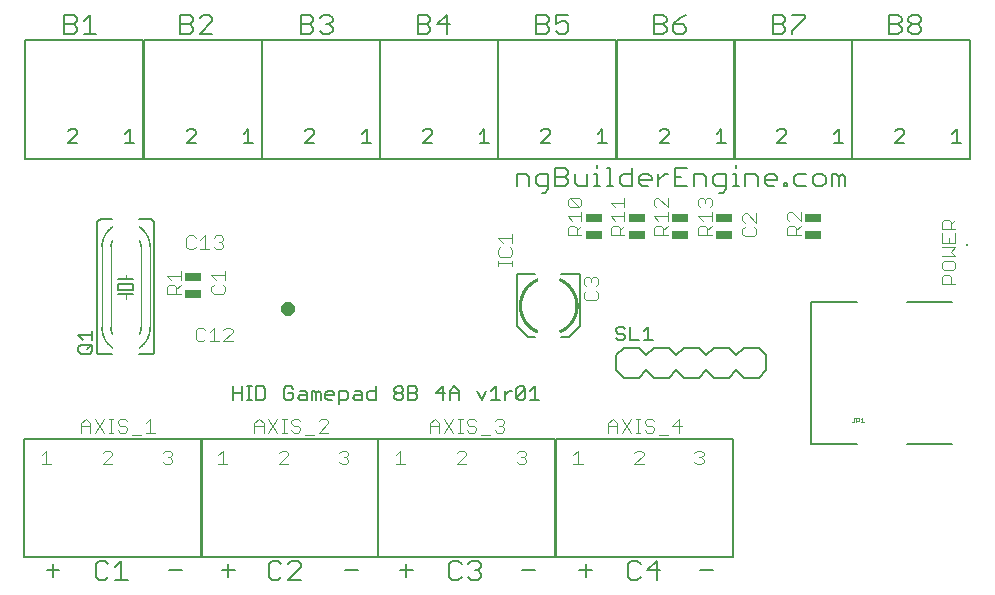
<source format=gto>
G75*
%MOIN*%
%OFA0B0*%
%FSLAX25Y25*%
%IPPOS*%
%LPD*%
%AMOC8*
5,1,8,0,0,1.08239X$1,22.5*
%
%ADD10C,0.00600*%
%ADD11C,0.00500*%
%ADD12C,0.00800*%
%ADD13C,0.00400*%
%ADD14C,0.02400*%
%ADD15C,0.00100*%
%ADD16C,0.00020*%
%ADD17C,0.00200*%
%ADD18R,0.05512X0.02559*%
%ADD19C,0.00700*%
%ADD20C,0.00080*%
%ADD21R,0.00787X0.00787*%
D10*
X0020820Y0010440D02*
X0025090Y0010440D01*
X0022955Y0012575D02*
X0022955Y0008305D01*
X0037158Y0008305D02*
X0038226Y0007237D01*
X0040361Y0007237D01*
X0041429Y0008305D01*
X0043604Y0007237D02*
X0047874Y0007237D01*
X0045739Y0007237D02*
X0045739Y0013642D01*
X0043604Y0011507D01*
X0041429Y0012575D02*
X0040361Y0013642D01*
X0038226Y0013642D01*
X0037158Y0012575D01*
X0037158Y0008305D01*
X0061568Y0010440D02*
X0065838Y0010440D01*
X0079284Y0010440D02*
X0083555Y0010440D01*
X0081419Y0012575D02*
X0081419Y0008305D01*
X0094835Y0008305D02*
X0095903Y0007237D01*
X0098038Y0007237D01*
X0099106Y0008305D01*
X0101281Y0007237D02*
X0105551Y0011507D01*
X0105551Y0012575D01*
X0104484Y0013642D01*
X0102348Y0013642D01*
X0101281Y0012575D01*
X0099106Y0012575D02*
X0098038Y0013642D01*
X0095903Y0013642D01*
X0094835Y0012575D01*
X0094835Y0008305D01*
X0101281Y0007237D02*
X0105551Y0007237D01*
X0120229Y0010440D02*
X0124499Y0010440D01*
X0138536Y0010440D02*
X0142807Y0010440D01*
X0140671Y0012575D02*
X0140671Y0008305D01*
X0154875Y0008305D02*
X0155942Y0007237D01*
X0158078Y0007237D01*
X0159145Y0008305D01*
X0161320Y0008305D02*
X0162388Y0007237D01*
X0164523Y0007237D01*
X0165591Y0008305D01*
X0165591Y0009372D01*
X0164523Y0010440D01*
X0163455Y0010440D01*
X0164523Y0010440D02*
X0165591Y0011507D01*
X0165591Y0012575D01*
X0164523Y0013642D01*
X0162388Y0013642D01*
X0161320Y0012575D01*
X0159145Y0012575D02*
X0158078Y0013642D01*
X0155942Y0013642D01*
X0154875Y0012575D01*
X0154875Y0008305D01*
X0179284Y0010440D02*
X0183555Y0010440D01*
X0198379Y0010440D02*
X0202649Y0010440D01*
X0200514Y0012575D02*
X0200514Y0008305D01*
X0214520Y0008305D02*
X0215588Y0007237D01*
X0217723Y0007237D01*
X0218791Y0008305D01*
X0220966Y0010440D02*
X0225236Y0010440D01*
X0224169Y0013642D02*
X0220966Y0010440D01*
X0218791Y0012575D02*
X0217723Y0013642D01*
X0215588Y0013642D01*
X0214520Y0012575D01*
X0214520Y0008305D01*
X0224169Y0007237D02*
X0224169Y0013642D01*
X0238733Y0010440D02*
X0243003Y0010440D01*
X0056634Y0083390D02*
X0056634Y0126390D01*
X0056632Y0126450D01*
X0056627Y0126511D01*
X0056618Y0126570D01*
X0056605Y0126629D01*
X0056589Y0126688D01*
X0056569Y0126745D01*
X0056546Y0126800D01*
X0056519Y0126855D01*
X0056490Y0126907D01*
X0056457Y0126958D01*
X0056421Y0127007D01*
X0056383Y0127053D01*
X0056341Y0127097D01*
X0056297Y0127139D01*
X0056251Y0127177D01*
X0056202Y0127213D01*
X0056151Y0127246D01*
X0056099Y0127275D01*
X0056044Y0127302D01*
X0055989Y0127325D01*
X0055932Y0127345D01*
X0055873Y0127361D01*
X0055814Y0127374D01*
X0055755Y0127383D01*
X0055694Y0127388D01*
X0055634Y0127390D01*
X0051634Y0127390D01*
X0042634Y0127390D02*
X0038634Y0127390D01*
X0038574Y0127388D01*
X0038513Y0127383D01*
X0038454Y0127374D01*
X0038395Y0127361D01*
X0038336Y0127345D01*
X0038279Y0127325D01*
X0038224Y0127302D01*
X0038169Y0127275D01*
X0038117Y0127246D01*
X0038066Y0127213D01*
X0038017Y0127177D01*
X0037971Y0127139D01*
X0037927Y0127097D01*
X0037885Y0127053D01*
X0037847Y0127007D01*
X0037811Y0126958D01*
X0037778Y0126907D01*
X0037749Y0126855D01*
X0037722Y0126800D01*
X0037699Y0126745D01*
X0037679Y0126688D01*
X0037663Y0126629D01*
X0037650Y0126570D01*
X0037641Y0126511D01*
X0037636Y0126450D01*
X0037634Y0126390D01*
X0037634Y0083390D01*
X0037636Y0083330D01*
X0037641Y0083269D01*
X0037650Y0083210D01*
X0037663Y0083151D01*
X0037679Y0083092D01*
X0037699Y0083035D01*
X0037722Y0082980D01*
X0037749Y0082925D01*
X0037778Y0082873D01*
X0037811Y0082822D01*
X0037847Y0082773D01*
X0037885Y0082727D01*
X0037927Y0082683D01*
X0037971Y0082641D01*
X0038017Y0082603D01*
X0038066Y0082567D01*
X0038117Y0082534D01*
X0038169Y0082505D01*
X0038224Y0082478D01*
X0038279Y0082455D01*
X0038336Y0082435D01*
X0038395Y0082419D01*
X0038454Y0082406D01*
X0038513Y0082397D01*
X0038574Y0082392D01*
X0038634Y0082390D01*
X0042634Y0082390D01*
X0051634Y0082390D02*
X0055634Y0082390D01*
X0055694Y0082392D01*
X0055755Y0082397D01*
X0055814Y0082406D01*
X0055873Y0082419D01*
X0055932Y0082435D01*
X0055989Y0082455D01*
X0056044Y0082478D01*
X0056099Y0082505D01*
X0056151Y0082534D01*
X0056202Y0082567D01*
X0056251Y0082603D01*
X0056297Y0082641D01*
X0056341Y0082683D01*
X0056383Y0082727D01*
X0056421Y0082773D01*
X0056457Y0082822D01*
X0056490Y0082873D01*
X0056519Y0082925D01*
X0056546Y0082980D01*
X0056569Y0083035D01*
X0056589Y0083092D01*
X0056605Y0083151D01*
X0056618Y0083210D01*
X0056627Y0083269D01*
X0056632Y0083330D01*
X0056634Y0083390D01*
X0049634Y0102390D02*
X0047134Y0102390D01*
X0044634Y0102390D01*
X0044634Y0103890D02*
X0044634Y0105890D01*
X0049634Y0105890D01*
X0049634Y0103890D01*
X0044634Y0103890D01*
X0044634Y0107390D02*
X0047134Y0107390D01*
X0049634Y0107390D01*
D11*
X0035884Y0090246D02*
X0035884Y0087244D01*
X0035884Y0088745D02*
X0031380Y0088745D01*
X0032881Y0087244D01*
X0032131Y0085642D02*
X0035133Y0085642D01*
X0035884Y0084892D01*
X0035884Y0083390D01*
X0035133Y0082640D01*
X0032131Y0082640D01*
X0031380Y0083390D01*
X0031380Y0084892D01*
X0032131Y0085642D01*
X0034383Y0084141D02*
X0035884Y0085642D01*
X0083053Y0071730D02*
X0083053Y0067226D01*
X0083053Y0069478D02*
X0086056Y0069478D01*
X0086056Y0071730D02*
X0086056Y0067226D01*
X0087657Y0067226D02*
X0089158Y0067226D01*
X0088408Y0067226D02*
X0088408Y0071730D01*
X0089158Y0071730D02*
X0087657Y0071730D01*
X0090726Y0071730D02*
X0092978Y0071730D01*
X0093729Y0070980D01*
X0093729Y0067977D01*
X0092978Y0067226D01*
X0090726Y0067226D01*
X0090726Y0071730D01*
X0099934Y0070980D02*
X0099934Y0067977D01*
X0100685Y0067226D01*
X0102186Y0067226D01*
X0102937Y0067977D01*
X0102937Y0069478D01*
X0101435Y0069478D01*
X0099934Y0070980D02*
X0100685Y0071730D01*
X0102186Y0071730D01*
X0102937Y0070980D01*
X0105289Y0070229D02*
X0106790Y0070229D01*
X0107541Y0069478D01*
X0107541Y0067226D01*
X0105289Y0067226D01*
X0104538Y0067977D01*
X0105289Y0068728D01*
X0107541Y0068728D01*
X0109142Y0070229D02*
X0109142Y0067226D01*
X0110643Y0067226D02*
X0110643Y0069478D01*
X0111394Y0070229D01*
X0112145Y0069478D01*
X0112145Y0067226D01*
X0113746Y0067977D02*
X0113746Y0069478D01*
X0114497Y0070229D01*
X0115998Y0070229D01*
X0116749Y0069478D01*
X0116749Y0068728D01*
X0113746Y0068728D01*
X0113746Y0067977D02*
X0114497Y0067226D01*
X0115998Y0067226D01*
X0118350Y0067226D02*
X0120602Y0067226D01*
X0121352Y0067977D01*
X0121352Y0069478D01*
X0120602Y0070229D01*
X0118350Y0070229D01*
X0118350Y0065725D01*
X0122954Y0067977D02*
X0123704Y0068728D01*
X0125956Y0068728D01*
X0125956Y0069478D02*
X0125956Y0067226D01*
X0123704Y0067226D01*
X0122954Y0067977D01*
X0125206Y0070229D02*
X0125956Y0069478D01*
X0125206Y0070229D02*
X0123704Y0070229D01*
X0127558Y0069478D02*
X0128308Y0070229D01*
X0130560Y0070229D01*
X0130560Y0071730D02*
X0130560Y0067226D01*
X0128308Y0067226D01*
X0127558Y0067977D01*
X0127558Y0069478D01*
X0136766Y0068728D02*
X0136766Y0067977D01*
X0137516Y0067226D01*
X0139018Y0067226D01*
X0139768Y0067977D01*
X0139768Y0068728D01*
X0139018Y0069478D01*
X0137516Y0069478D01*
X0136766Y0070229D01*
X0136766Y0070980D01*
X0137516Y0071730D01*
X0139018Y0071730D01*
X0139768Y0070980D01*
X0139768Y0070229D01*
X0139018Y0069478D01*
X0137516Y0069478D02*
X0136766Y0068728D01*
X0141370Y0069478D02*
X0143621Y0069478D01*
X0144372Y0068728D01*
X0144372Y0067977D01*
X0143621Y0067226D01*
X0141370Y0067226D01*
X0141370Y0071730D01*
X0143621Y0071730D01*
X0144372Y0070980D01*
X0144372Y0070229D01*
X0143621Y0069478D01*
X0150577Y0069478D02*
X0153580Y0069478D01*
X0155181Y0069478D02*
X0158184Y0069478D01*
X0158184Y0070229D02*
X0158184Y0067226D01*
X0155181Y0067226D02*
X0155181Y0070229D01*
X0156683Y0071730D01*
X0158184Y0070229D01*
X0152829Y0071730D02*
X0150577Y0069478D01*
X0152829Y0067226D02*
X0152829Y0071730D01*
X0164389Y0070229D02*
X0165890Y0067226D01*
X0167392Y0070229D01*
X0168993Y0070229D02*
X0170494Y0071730D01*
X0170494Y0067226D01*
X0168993Y0067226D02*
X0171996Y0067226D01*
X0173597Y0067226D02*
X0173597Y0070229D01*
X0175098Y0070229D02*
X0175849Y0070229D01*
X0175098Y0070229D02*
X0173597Y0068728D01*
X0177434Y0067977D02*
X0180436Y0070980D01*
X0180436Y0067977D01*
X0179686Y0067226D01*
X0178184Y0067226D01*
X0177434Y0067977D01*
X0177434Y0070980D01*
X0178184Y0071730D01*
X0179686Y0071730D01*
X0180436Y0070980D01*
X0182038Y0070229D02*
X0183539Y0071730D01*
X0183539Y0067226D01*
X0182038Y0067226D02*
X0185040Y0067226D01*
X0190441Y0054181D02*
X0131386Y0054181D01*
X0131386Y0014811D01*
X0190441Y0014811D01*
X0190441Y0054181D01*
X0190598Y0054181D02*
X0249654Y0054181D01*
X0249654Y0014811D01*
X0190598Y0014811D01*
X0190598Y0054181D01*
X0211338Y0087104D02*
X0210588Y0087854D01*
X0211338Y0087104D02*
X0212840Y0087104D01*
X0213590Y0087854D01*
X0213590Y0088605D01*
X0212840Y0089355D01*
X0211338Y0089355D01*
X0210588Y0090106D01*
X0210588Y0090857D01*
X0211338Y0091607D01*
X0212840Y0091607D01*
X0213590Y0090857D01*
X0215192Y0091607D02*
X0215192Y0087104D01*
X0218194Y0087104D01*
X0219796Y0087104D02*
X0222798Y0087104D01*
X0221297Y0087104D02*
X0221297Y0091607D01*
X0219796Y0090106D01*
X0131228Y0054181D02*
X0072173Y0054181D01*
X0072173Y0014811D01*
X0131228Y0014811D01*
X0131228Y0054181D01*
X0110643Y0069478D02*
X0109893Y0070229D01*
X0109142Y0070229D01*
X0072488Y0054181D02*
X0013433Y0054181D01*
X0013433Y0014811D01*
X0072488Y0014811D01*
X0072488Y0054181D01*
X0053197Y0147685D02*
X0053197Y0187055D01*
X0092567Y0187055D01*
X0092567Y0147685D01*
X0053197Y0147685D01*
X0053118Y0147685D02*
X0053118Y0187055D01*
X0013748Y0187055D01*
X0013748Y0147685D01*
X0053118Y0147685D01*
X0050082Y0152994D02*
X0047079Y0152994D01*
X0048580Y0152994D02*
X0048580Y0157498D01*
X0047079Y0155997D01*
X0031082Y0155997D02*
X0028079Y0152994D01*
X0031082Y0152994D01*
X0031082Y0155997D02*
X0031082Y0156747D01*
X0030331Y0157498D01*
X0028830Y0157498D01*
X0028079Y0156747D01*
X0067528Y0156747D02*
X0068279Y0157498D01*
X0069780Y0157498D01*
X0070531Y0156747D01*
X0070531Y0155997D01*
X0067528Y0152994D01*
X0070531Y0152994D01*
X0086528Y0152994D02*
X0089531Y0152994D01*
X0088029Y0152994D02*
X0088029Y0157498D01*
X0086528Y0155997D01*
X0092646Y0147685D02*
X0092646Y0187055D01*
X0132016Y0187055D01*
X0132016Y0147685D01*
X0092646Y0147685D01*
X0106977Y0152994D02*
X0109979Y0155997D01*
X0109979Y0156747D01*
X0109229Y0157498D01*
X0107727Y0157498D01*
X0106977Y0156747D01*
X0106977Y0152994D02*
X0109979Y0152994D01*
X0125977Y0152994D02*
X0128979Y0152994D01*
X0127478Y0152994D02*
X0127478Y0157498D01*
X0125977Y0155997D01*
X0131898Y0147685D02*
X0131898Y0187055D01*
X0171268Y0187055D01*
X0171268Y0147685D01*
X0210638Y0147685D01*
X0210638Y0187055D01*
X0171268Y0187055D01*
X0171268Y0147685D01*
X0131898Y0147685D01*
X0146229Y0152994D02*
X0149231Y0155997D01*
X0149231Y0156747D01*
X0148481Y0157498D01*
X0146979Y0157498D01*
X0146229Y0156747D01*
X0146229Y0152994D02*
X0149231Y0152994D01*
X0165229Y0152994D02*
X0168231Y0152994D01*
X0166730Y0152994D02*
X0166730Y0157498D01*
X0165229Y0155997D01*
X0185599Y0156747D02*
X0186349Y0157498D01*
X0187851Y0157498D01*
X0188601Y0156747D01*
X0188601Y0155997D01*
X0185599Y0152994D01*
X0188601Y0152994D01*
X0204599Y0152994D02*
X0207601Y0152994D01*
X0206100Y0152994D02*
X0206100Y0157498D01*
X0204599Y0155997D01*
X0210835Y0147685D02*
X0210835Y0187055D01*
X0250205Y0187055D01*
X0250205Y0147685D01*
X0210835Y0147685D01*
X0225166Y0152994D02*
X0228168Y0155997D01*
X0228168Y0156747D01*
X0227418Y0157498D01*
X0225916Y0157498D01*
X0225166Y0156747D01*
X0225166Y0152994D02*
X0228168Y0152994D01*
X0244166Y0152994D02*
X0247168Y0152994D01*
X0245667Y0152994D02*
X0245667Y0157498D01*
X0244166Y0155997D01*
X0250008Y0147685D02*
X0250008Y0187055D01*
X0289378Y0187055D01*
X0289378Y0147685D01*
X0328748Y0147685D01*
X0328748Y0187055D01*
X0289378Y0187055D01*
X0289378Y0147685D01*
X0250008Y0147685D01*
X0264339Y0152994D02*
X0267342Y0155997D01*
X0267342Y0156747D01*
X0266591Y0157498D01*
X0265090Y0157498D01*
X0264339Y0156747D01*
X0264339Y0152994D02*
X0267342Y0152994D01*
X0283339Y0152994D02*
X0286342Y0152994D01*
X0284840Y0152994D02*
X0284840Y0157498D01*
X0283339Y0155997D01*
X0303709Y0156747D02*
X0304460Y0157498D01*
X0305961Y0157498D01*
X0306712Y0156747D01*
X0306712Y0155997D01*
X0303709Y0152994D01*
X0306712Y0152994D01*
X0322709Y0152994D02*
X0325712Y0152994D01*
X0324210Y0152994D02*
X0324210Y0157498D01*
X0322709Y0155997D01*
D12*
X0286908Y0141542D02*
X0286908Y0138439D01*
X0284839Y0138439D02*
X0284839Y0141542D01*
X0285874Y0142576D01*
X0286908Y0141542D01*
X0284839Y0141542D02*
X0283805Y0142576D01*
X0282771Y0142576D01*
X0282771Y0138439D01*
X0280462Y0139474D02*
X0280462Y0141542D01*
X0279428Y0142576D01*
X0277360Y0142576D01*
X0276325Y0141542D01*
X0276325Y0139474D01*
X0277360Y0138439D01*
X0279428Y0138439D01*
X0280462Y0139474D01*
X0274017Y0138439D02*
X0270914Y0138439D01*
X0269880Y0139474D01*
X0269880Y0141542D01*
X0270914Y0142576D01*
X0274017Y0142576D01*
X0267691Y0139474D02*
X0267691Y0138439D01*
X0266657Y0138439D01*
X0266657Y0139474D01*
X0267691Y0139474D01*
X0264349Y0140508D02*
X0260212Y0140508D01*
X0260212Y0141542D02*
X0261246Y0142576D01*
X0263314Y0142576D01*
X0264349Y0141542D01*
X0264349Y0140508D01*
X0263314Y0138439D02*
X0261246Y0138439D01*
X0260212Y0139474D01*
X0260212Y0141542D01*
X0257903Y0141542D02*
X0257903Y0138439D01*
X0257903Y0141542D02*
X0256869Y0142576D01*
X0253766Y0142576D01*
X0253766Y0138439D01*
X0251538Y0138439D02*
X0249469Y0138439D01*
X0250503Y0138439D02*
X0250503Y0142576D01*
X0249469Y0142576D01*
X0247161Y0142576D02*
X0244058Y0142576D01*
X0243024Y0141542D01*
X0243024Y0139474D01*
X0244058Y0138439D01*
X0247161Y0138439D01*
X0247161Y0137405D02*
X0247161Y0142576D01*
X0250503Y0144645D02*
X0250503Y0145679D01*
X0240715Y0141542D02*
X0240715Y0138439D01*
X0240715Y0141542D02*
X0239681Y0142576D01*
X0236578Y0142576D01*
X0236578Y0138439D01*
X0234270Y0138439D02*
X0230133Y0138439D01*
X0230133Y0144645D01*
X0234270Y0144645D01*
X0232201Y0141542D02*
X0230133Y0141542D01*
X0227864Y0142576D02*
X0226830Y0142576D01*
X0224761Y0140508D01*
X0224761Y0142576D02*
X0224761Y0138439D01*
X0222453Y0140508D02*
X0218316Y0140508D01*
X0218316Y0141542D02*
X0219350Y0142576D01*
X0221419Y0142576D01*
X0222453Y0141542D01*
X0222453Y0140508D01*
X0221419Y0138439D02*
X0219350Y0138439D01*
X0218316Y0139474D01*
X0218316Y0141542D01*
X0216007Y0142576D02*
X0212905Y0142576D01*
X0211870Y0141542D01*
X0211870Y0139474D01*
X0212905Y0138439D01*
X0216007Y0138439D01*
X0216007Y0144645D01*
X0208608Y0144645D02*
X0208608Y0138439D01*
X0209642Y0138439D02*
X0207573Y0138439D01*
X0205345Y0138439D02*
X0203276Y0138439D01*
X0204311Y0138439D02*
X0204311Y0142576D01*
X0203276Y0142576D01*
X0200968Y0142576D02*
X0200968Y0138439D01*
X0197865Y0138439D01*
X0196831Y0139474D01*
X0196831Y0142576D01*
X0194522Y0142576D02*
X0193488Y0141542D01*
X0190385Y0141542D01*
X0188077Y0142576D02*
X0184974Y0142576D01*
X0183940Y0141542D01*
X0183940Y0139474D01*
X0184974Y0138439D01*
X0188077Y0138439D01*
X0188077Y0137405D02*
X0188077Y0142576D01*
X0190385Y0144645D02*
X0193488Y0144645D01*
X0194522Y0143610D01*
X0194522Y0142576D01*
X0193488Y0141542D02*
X0194522Y0140508D01*
X0194522Y0139474D01*
X0193488Y0138439D01*
X0190385Y0138439D01*
X0190385Y0144645D01*
X0181631Y0141542D02*
X0181631Y0138439D01*
X0181631Y0141542D02*
X0180597Y0142576D01*
X0177494Y0142576D01*
X0177494Y0138439D01*
X0186008Y0136371D02*
X0187043Y0136371D01*
X0188077Y0137405D01*
X0204311Y0144645D02*
X0204311Y0145679D01*
X0207573Y0144645D02*
X0208608Y0144645D01*
X0245092Y0136371D02*
X0246126Y0136371D01*
X0247161Y0137405D01*
X0198472Y0109181D02*
X0198472Y0091858D01*
X0194929Y0088315D01*
X0192370Y0088315D01*
X0183709Y0088315D02*
X0181150Y0088315D01*
X0177606Y0091858D01*
X0177606Y0109181D01*
X0183709Y0109181D01*
X0192370Y0109181D02*
X0198472Y0109181D01*
X0213138Y0084654D02*
X0210638Y0082154D01*
X0210638Y0077154D01*
X0213138Y0074654D01*
X0218138Y0074654D01*
X0220638Y0077154D01*
X0223138Y0074654D01*
X0228138Y0074654D01*
X0230638Y0077154D01*
X0233138Y0074654D01*
X0238138Y0074654D01*
X0240638Y0077154D01*
X0243138Y0074654D01*
X0248138Y0074654D01*
X0250638Y0077154D01*
X0253138Y0074654D01*
X0258138Y0074654D01*
X0260638Y0077154D01*
X0260638Y0082154D01*
X0258138Y0084654D01*
X0253138Y0084654D01*
X0250638Y0082154D01*
X0248138Y0084654D01*
X0243138Y0084654D01*
X0240638Y0082154D01*
X0238138Y0084654D01*
X0233138Y0084654D01*
X0230638Y0082154D01*
X0228138Y0084654D01*
X0223138Y0084654D01*
X0220638Y0082154D01*
X0218138Y0084654D01*
X0213138Y0084654D01*
X0275677Y0099890D02*
X0275677Y0052646D01*
X0291031Y0052646D01*
X0307567Y0052646D02*
X0322528Y0052646D01*
X0322528Y0099890D02*
X0307567Y0099890D01*
X0291031Y0099890D02*
X0275677Y0099890D01*
D13*
X0272225Y0122247D02*
X0267621Y0122247D01*
X0267621Y0124549D01*
X0268389Y0125317D01*
X0269923Y0125317D01*
X0270691Y0124549D01*
X0270691Y0122247D01*
X0270691Y0123782D02*
X0272225Y0125317D01*
X0272225Y0126851D02*
X0269156Y0129920D01*
X0268389Y0129920D01*
X0267621Y0129153D01*
X0267621Y0127618D01*
X0268389Y0126851D01*
X0272225Y0126851D02*
X0272225Y0129920D01*
X0257383Y0129420D02*
X0257383Y0126351D01*
X0254313Y0129420D01*
X0253546Y0129420D01*
X0252779Y0128653D01*
X0252779Y0127118D01*
X0253546Y0126351D01*
X0253546Y0124817D02*
X0252779Y0124049D01*
X0252779Y0122515D01*
X0253546Y0121747D01*
X0256615Y0121747D01*
X0257383Y0122515D01*
X0257383Y0124049D01*
X0256615Y0124817D01*
X0242580Y0125317D02*
X0241045Y0123782D01*
X0241045Y0124549D02*
X0241045Y0122247D01*
X0242580Y0122247D02*
X0237976Y0122247D01*
X0237976Y0124549D01*
X0238743Y0125317D01*
X0240278Y0125317D01*
X0241045Y0124549D01*
X0242580Y0126851D02*
X0242580Y0129920D01*
X0242580Y0128386D02*
X0237976Y0128386D01*
X0239510Y0126851D01*
X0238743Y0131455D02*
X0237976Y0132222D01*
X0237976Y0133757D01*
X0238743Y0134524D01*
X0239510Y0134524D01*
X0240278Y0133757D01*
X0241045Y0134524D01*
X0241812Y0134524D01*
X0242580Y0133757D01*
X0242580Y0132222D01*
X0241812Y0131455D01*
X0240278Y0132990D02*
X0240278Y0133757D01*
X0227816Y0134524D02*
X0227816Y0131455D01*
X0224746Y0134524D01*
X0223979Y0134524D01*
X0223212Y0133757D01*
X0223212Y0132222D01*
X0223979Y0131455D01*
X0223212Y0128386D02*
X0227816Y0128386D01*
X0227816Y0129920D02*
X0227816Y0126851D01*
X0227816Y0125317D02*
X0226281Y0123782D01*
X0226281Y0124549D02*
X0226281Y0122247D01*
X0227816Y0122247D02*
X0223212Y0122247D01*
X0223212Y0124549D01*
X0223979Y0125317D01*
X0225514Y0125317D01*
X0226281Y0124549D01*
X0224746Y0126851D02*
X0223212Y0128386D01*
X0213446Y0128386D02*
X0208842Y0128386D01*
X0210376Y0126851D01*
X0209609Y0125317D02*
X0211144Y0125317D01*
X0211911Y0124549D01*
X0211911Y0122247D01*
X0213446Y0122247D02*
X0208842Y0122247D01*
X0208842Y0124549D01*
X0209609Y0125317D01*
X0211911Y0123782D02*
X0213446Y0125317D01*
X0213446Y0126851D02*
X0213446Y0129920D01*
X0213446Y0131455D02*
X0213446Y0134524D01*
X0213446Y0132990D02*
X0208842Y0132990D01*
X0210376Y0131455D01*
X0199076Y0132222D02*
X0198308Y0131455D01*
X0195239Y0134524D01*
X0198308Y0134524D01*
X0199076Y0133757D01*
X0199076Y0132222D01*
X0198308Y0131455D02*
X0195239Y0131455D01*
X0194472Y0132222D01*
X0194472Y0133757D01*
X0195239Y0134524D01*
X0199076Y0129920D02*
X0199076Y0126851D01*
X0199076Y0125317D02*
X0197541Y0123782D01*
X0197541Y0124549D02*
X0197541Y0122247D01*
X0199076Y0122247D02*
X0194472Y0122247D01*
X0194472Y0124549D01*
X0195239Y0125317D01*
X0196774Y0125317D01*
X0197541Y0124549D01*
X0196006Y0126851D02*
X0194472Y0128386D01*
X0199076Y0128386D01*
X0175910Y0122702D02*
X0175910Y0119633D01*
X0175910Y0121168D02*
X0171306Y0121168D01*
X0172841Y0119633D01*
X0172074Y0118098D02*
X0171306Y0117331D01*
X0171306Y0115796D01*
X0172074Y0115029D01*
X0175143Y0115029D01*
X0175910Y0115796D01*
X0175910Y0117331D01*
X0175143Y0118098D01*
X0175910Y0113494D02*
X0175910Y0111960D01*
X0175910Y0112727D02*
X0171306Y0112727D01*
X0171306Y0111960D02*
X0171306Y0113494D01*
X0199968Y0107433D02*
X0199968Y0105899D01*
X0200735Y0105131D01*
X0200735Y0103597D02*
X0199968Y0102830D01*
X0199968Y0101295D01*
X0200735Y0100528D01*
X0203804Y0100528D01*
X0204572Y0101295D01*
X0204572Y0102830D01*
X0203804Y0103597D01*
X0203804Y0105131D02*
X0204572Y0105899D01*
X0204572Y0107433D01*
X0203804Y0108201D01*
X0203037Y0108201D01*
X0202270Y0107433D01*
X0202270Y0106666D01*
X0202270Y0107433D02*
X0201502Y0108201D01*
X0200735Y0108201D01*
X0199968Y0107433D01*
X0209459Y0060954D02*
X0210994Y0059419D01*
X0210994Y0056350D01*
X0212528Y0056350D02*
X0215598Y0060954D01*
X0217132Y0060954D02*
X0218667Y0060954D01*
X0217900Y0060954D02*
X0217900Y0056350D01*
X0218667Y0056350D02*
X0217132Y0056350D01*
X0215598Y0056350D02*
X0212528Y0060954D01*
X0210994Y0058652D02*
X0207924Y0058652D01*
X0207924Y0059419D02*
X0209459Y0060954D01*
X0207924Y0059419D02*
X0207924Y0056350D01*
X0216785Y0049596D02*
X0217552Y0050363D01*
X0219087Y0050363D01*
X0219854Y0049596D01*
X0219854Y0048828D01*
X0216785Y0045759D01*
X0219854Y0045759D01*
X0224805Y0055582D02*
X0227875Y0055582D01*
X0231711Y0056350D02*
X0231711Y0060954D01*
X0229409Y0058652D01*
X0232479Y0058652D01*
X0223271Y0057884D02*
X0223271Y0057117D01*
X0222503Y0056350D01*
X0220969Y0056350D01*
X0220202Y0057117D01*
X0220969Y0058652D02*
X0222503Y0058652D01*
X0223271Y0057884D01*
X0223271Y0060186D02*
X0222503Y0060954D01*
X0220969Y0060954D01*
X0220202Y0060186D01*
X0220202Y0059419D01*
X0220969Y0058652D01*
X0236785Y0049596D02*
X0237552Y0050363D01*
X0239087Y0050363D01*
X0239854Y0049596D01*
X0239854Y0048828D01*
X0239087Y0048061D01*
X0239854Y0047294D01*
X0239854Y0046526D01*
X0239087Y0045759D01*
X0237552Y0045759D01*
X0236785Y0046526D01*
X0238320Y0048061D02*
X0239087Y0048061D01*
X0199458Y0045759D02*
X0196389Y0045759D01*
X0197924Y0045759D02*
X0197924Y0050363D01*
X0196389Y0048828D01*
X0180642Y0048828D02*
X0179874Y0048061D01*
X0180642Y0047294D01*
X0180642Y0046526D01*
X0179874Y0045759D01*
X0178340Y0045759D01*
X0177572Y0046526D01*
X0179107Y0048061D02*
X0179874Y0048061D01*
X0180642Y0048828D02*
X0180642Y0049596D01*
X0179874Y0050363D01*
X0178340Y0050363D01*
X0177572Y0049596D01*
X0172499Y0056350D02*
X0170964Y0056350D01*
X0170197Y0057117D01*
X0171731Y0058652D02*
X0172499Y0058652D01*
X0173266Y0057884D01*
X0173266Y0057117D01*
X0172499Y0056350D01*
X0172499Y0058652D02*
X0173266Y0059419D01*
X0173266Y0060186D01*
X0172499Y0060954D01*
X0170964Y0060954D01*
X0170197Y0060186D01*
X0164058Y0060186D02*
X0163291Y0060954D01*
X0161756Y0060954D01*
X0160989Y0060186D01*
X0160989Y0059419D01*
X0161756Y0058652D01*
X0163291Y0058652D01*
X0164058Y0057884D01*
X0164058Y0057117D01*
X0163291Y0056350D01*
X0161756Y0056350D01*
X0160989Y0057117D01*
X0159454Y0056350D02*
X0157920Y0056350D01*
X0158687Y0056350D02*
X0158687Y0060954D01*
X0157920Y0060954D02*
X0159454Y0060954D01*
X0156385Y0060954D02*
X0153316Y0056350D01*
X0151781Y0056350D02*
X0151781Y0059419D01*
X0150246Y0060954D01*
X0148712Y0059419D01*
X0148712Y0056350D01*
X0148712Y0058652D02*
X0151781Y0058652D01*
X0153316Y0060954D02*
X0156385Y0056350D01*
X0165593Y0055582D02*
X0168662Y0055582D01*
X0160642Y0049596D02*
X0159874Y0050363D01*
X0158340Y0050363D01*
X0157572Y0049596D01*
X0160642Y0049596D02*
X0160642Y0048828D01*
X0157572Y0045759D01*
X0160642Y0045759D01*
X0140246Y0045759D02*
X0137176Y0045759D01*
X0138711Y0045759D02*
X0138711Y0050363D01*
X0137176Y0048828D01*
X0121429Y0048828D02*
X0120662Y0048061D01*
X0121429Y0047294D01*
X0121429Y0046526D01*
X0120662Y0045759D01*
X0119127Y0045759D01*
X0118360Y0046526D01*
X0119894Y0048061D02*
X0120662Y0048061D01*
X0121429Y0048828D02*
X0121429Y0049596D01*
X0120662Y0050363D01*
X0119127Y0050363D01*
X0118360Y0049596D01*
X0114644Y0056350D02*
X0111575Y0056350D01*
X0114644Y0059419D01*
X0114644Y0060186D01*
X0113877Y0060954D01*
X0112342Y0060954D01*
X0111575Y0060186D01*
X0105436Y0060186D02*
X0104669Y0060954D01*
X0103134Y0060954D01*
X0102367Y0060186D01*
X0102367Y0059419D01*
X0103134Y0058652D01*
X0104669Y0058652D01*
X0105436Y0057884D01*
X0105436Y0057117D01*
X0104669Y0056350D01*
X0103134Y0056350D01*
X0102367Y0057117D01*
X0100832Y0056350D02*
X0099298Y0056350D01*
X0100065Y0056350D02*
X0100065Y0060954D01*
X0099298Y0060954D02*
X0100832Y0060954D01*
X0097763Y0060954D02*
X0094694Y0056350D01*
X0093159Y0056350D02*
X0093159Y0059419D01*
X0091624Y0060954D01*
X0090090Y0059419D01*
X0090090Y0056350D01*
X0090090Y0058652D02*
X0093159Y0058652D01*
X0094694Y0060954D02*
X0097763Y0056350D01*
X0106971Y0055582D02*
X0110040Y0055582D01*
X0101429Y0049596D02*
X0100662Y0050363D01*
X0099127Y0050363D01*
X0098360Y0049596D01*
X0101429Y0049596D02*
X0101429Y0048828D01*
X0098360Y0045759D01*
X0101429Y0045759D01*
X0081033Y0045759D02*
X0077964Y0045759D01*
X0079498Y0045759D02*
X0079498Y0050363D01*
X0077964Y0048828D01*
X0062689Y0048828D02*
X0061922Y0048061D01*
X0062689Y0047294D01*
X0062689Y0046526D01*
X0061922Y0045759D01*
X0060387Y0045759D01*
X0059620Y0046526D01*
X0061154Y0048061D02*
X0061922Y0048061D01*
X0062689Y0048828D02*
X0062689Y0049596D01*
X0061922Y0050363D01*
X0060387Y0050363D01*
X0059620Y0049596D01*
X0052324Y0055582D02*
X0049254Y0055582D01*
X0047720Y0057117D02*
X0046952Y0056350D01*
X0045418Y0056350D01*
X0044650Y0057117D01*
X0043116Y0056350D02*
X0041581Y0056350D01*
X0042348Y0056350D02*
X0042348Y0060954D01*
X0041581Y0060954D02*
X0043116Y0060954D01*
X0044650Y0060186D02*
X0044650Y0059419D01*
X0045418Y0058652D01*
X0046952Y0058652D01*
X0047720Y0057884D01*
X0047720Y0057117D01*
X0047720Y0060186D02*
X0046952Y0060954D01*
X0045418Y0060954D01*
X0044650Y0060186D01*
X0040046Y0060954D02*
X0036977Y0056350D01*
X0035443Y0056350D02*
X0035443Y0059419D01*
X0033908Y0060954D01*
X0032373Y0059419D01*
X0032373Y0056350D01*
X0032373Y0058652D02*
X0035443Y0058652D01*
X0036977Y0060954D02*
X0040046Y0056350D01*
X0040387Y0050363D02*
X0039620Y0049596D01*
X0040387Y0050363D02*
X0041922Y0050363D01*
X0042689Y0049596D01*
X0042689Y0048828D01*
X0039620Y0045759D01*
X0042689Y0045759D01*
X0053858Y0056350D02*
X0056927Y0056350D01*
X0055393Y0056350D02*
X0055393Y0060954D01*
X0053858Y0059419D01*
X0022293Y0045759D02*
X0019224Y0045759D01*
X0020758Y0045759D02*
X0020758Y0050363D01*
X0019224Y0048828D01*
X0070566Y0087534D02*
X0071333Y0086767D01*
X0072868Y0086767D01*
X0073635Y0087534D01*
X0075170Y0086767D02*
X0078239Y0086767D01*
X0076705Y0086767D02*
X0076705Y0091371D01*
X0075170Y0089836D01*
X0073635Y0090604D02*
X0072868Y0091371D01*
X0071333Y0091371D01*
X0070566Y0090604D01*
X0070566Y0087534D01*
X0079774Y0086767D02*
X0082843Y0089836D01*
X0082843Y0090604D01*
X0082076Y0091371D01*
X0080541Y0091371D01*
X0079774Y0090604D01*
X0079774Y0086767D02*
X0082843Y0086767D01*
X0079576Y0102610D02*
X0080343Y0103378D01*
X0080343Y0104912D01*
X0079576Y0105680D01*
X0080343Y0107214D02*
X0080343Y0110283D01*
X0080343Y0108749D02*
X0075739Y0108749D01*
X0077274Y0107214D01*
X0076507Y0105680D02*
X0075739Y0104912D01*
X0075739Y0103378D01*
X0076507Y0102610D01*
X0079576Y0102610D01*
X0065493Y0102562D02*
X0060889Y0102562D01*
X0060889Y0104864D01*
X0061656Y0105631D01*
X0063191Y0105631D01*
X0063958Y0104864D01*
X0063958Y0102562D01*
X0063958Y0104097D02*
X0065493Y0105631D01*
X0065493Y0107166D02*
X0065493Y0110235D01*
X0065493Y0108701D02*
X0060889Y0108701D01*
X0062424Y0107166D01*
X0068184Y0117476D02*
X0069718Y0117476D01*
X0070486Y0118243D01*
X0072020Y0117476D02*
X0075090Y0117476D01*
X0073555Y0117476D02*
X0073555Y0122080D01*
X0072020Y0120545D01*
X0070486Y0121312D02*
X0069718Y0122080D01*
X0068184Y0122080D01*
X0067417Y0121312D01*
X0067417Y0118243D01*
X0068184Y0117476D01*
X0076624Y0118243D02*
X0077392Y0117476D01*
X0078926Y0117476D01*
X0079694Y0118243D01*
X0079694Y0119010D01*
X0078926Y0119778D01*
X0078159Y0119778D01*
X0078926Y0119778D02*
X0079694Y0120545D01*
X0079694Y0121312D01*
X0078926Y0122080D01*
X0077392Y0122080D01*
X0076624Y0121312D01*
X0319180Y0122758D02*
X0319180Y0119689D01*
X0323784Y0119689D01*
X0323784Y0122758D01*
X0323784Y0124293D02*
X0319180Y0124293D01*
X0319180Y0126595D01*
X0319948Y0127362D01*
X0321482Y0127362D01*
X0322250Y0126595D01*
X0322250Y0124293D01*
X0322250Y0125827D02*
X0323784Y0127362D01*
X0321482Y0121224D02*
X0321482Y0119689D01*
X0323784Y0118154D02*
X0319180Y0118154D01*
X0322250Y0116620D02*
X0323784Y0118154D01*
X0322250Y0116620D02*
X0323784Y0115085D01*
X0319180Y0115085D01*
X0319948Y0113550D02*
X0319180Y0112783D01*
X0319180Y0111248D01*
X0319948Y0110481D01*
X0323017Y0110481D01*
X0323784Y0111248D01*
X0323784Y0112783D01*
X0323017Y0113550D01*
X0319948Y0113550D01*
X0319948Y0108946D02*
X0321482Y0108946D01*
X0322250Y0108179D01*
X0322250Y0105877D01*
X0323784Y0105877D02*
X0319180Y0105877D01*
X0319180Y0108179D01*
X0319948Y0108946D01*
D14*
X0099961Y0097689D02*
X0099963Y0097755D01*
X0099969Y0097821D01*
X0099979Y0097887D01*
X0099992Y0097952D01*
X0100010Y0098016D01*
X0100031Y0098078D01*
X0100056Y0098140D01*
X0100084Y0098200D01*
X0100116Y0098258D01*
X0100152Y0098314D01*
X0100190Y0098367D01*
X0100232Y0098419D01*
X0100277Y0098468D01*
X0100324Y0098514D01*
X0100375Y0098557D01*
X0100427Y0098597D01*
X0100482Y0098634D01*
X0100539Y0098668D01*
X0100598Y0098698D01*
X0100659Y0098725D01*
X0100721Y0098748D01*
X0100784Y0098767D01*
X0100849Y0098783D01*
X0100914Y0098795D01*
X0100980Y0098803D01*
X0101046Y0098807D01*
X0101112Y0098807D01*
X0101178Y0098803D01*
X0101244Y0098795D01*
X0101309Y0098783D01*
X0101374Y0098767D01*
X0101437Y0098748D01*
X0101499Y0098725D01*
X0101560Y0098698D01*
X0101619Y0098668D01*
X0101676Y0098634D01*
X0101731Y0098597D01*
X0101783Y0098557D01*
X0101834Y0098514D01*
X0101881Y0098468D01*
X0101926Y0098419D01*
X0101968Y0098367D01*
X0102006Y0098314D01*
X0102042Y0098258D01*
X0102074Y0098200D01*
X0102102Y0098140D01*
X0102127Y0098078D01*
X0102148Y0098016D01*
X0102166Y0097952D01*
X0102179Y0097887D01*
X0102189Y0097821D01*
X0102195Y0097755D01*
X0102197Y0097689D01*
X0102195Y0097623D01*
X0102189Y0097557D01*
X0102179Y0097491D01*
X0102166Y0097426D01*
X0102148Y0097362D01*
X0102127Y0097300D01*
X0102102Y0097238D01*
X0102074Y0097178D01*
X0102042Y0097120D01*
X0102006Y0097064D01*
X0101968Y0097011D01*
X0101926Y0096959D01*
X0101881Y0096910D01*
X0101834Y0096864D01*
X0101783Y0096821D01*
X0101731Y0096781D01*
X0101676Y0096744D01*
X0101619Y0096710D01*
X0101560Y0096680D01*
X0101499Y0096653D01*
X0101437Y0096630D01*
X0101374Y0096611D01*
X0101309Y0096595D01*
X0101244Y0096583D01*
X0101178Y0096575D01*
X0101112Y0096571D01*
X0101046Y0096571D01*
X0100980Y0096575D01*
X0100914Y0096583D01*
X0100849Y0096595D01*
X0100784Y0096611D01*
X0100721Y0096630D01*
X0100659Y0096653D01*
X0100598Y0096680D01*
X0100539Y0096710D01*
X0100482Y0096744D01*
X0100427Y0096781D01*
X0100375Y0096821D01*
X0100324Y0096864D01*
X0100277Y0096910D01*
X0100232Y0096959D01*
X0100190Y0097011D01*
X0100152Y0097064D01*
X0100116Y0097120D01*
X0100084Y0097178D01*
X0100056Y0097238D01*
X0100031Y0097300D01*
X0100010Y0097362D01*
X0099992Y0097426D01*
X0099979Y0097491D01*
X0099969Y0097557D01*
X0099963Y0097623D01*
X0099961Y0097689D01*
D15*
X0289300Y0059968D02*
X0289550Y0059718D01*
X0289800Y0059718D01*
X0290050Y0059968D01*
X0290050Y0061219D01*
X0289800Y0061219D02*
X0290300Y0061219D01*
X0290773Y0061219D02*
X0290773Y0059718D01*
X0290773Y0060218D02*
X0291523Y0060218D01*
X0291774Y0060468D01*
X0291774Y0060969D01*
X0291523Y0061219D01*
X0290773Y0061219D01*
X0292246Y0060719D02*
X0292746Y0061219D01*
X0292746Y0059718D01*
X0292246Y0059718D02*
X0293247Y0059718D01*
D16*
X0051692Y0084707D02*
X0051591Y0084856D01*
X0051592Y0084856D02*
X0051749Y0084966D01*
X0051903Y0085080D01*
X0052055Y0085197D01*
X0052204Y0085319D01*
X0052350Y0085443D01*
X0052493Y0085572D01*
X0052632Y0085703D01*
X0052769Y0085839D01*
X0052902Y0085977D01*
X0053031Y0086119D01*
X0053158Y0086263D01*
X0053280Y0086411D01*
X0053399Y0086562D01*
X0053515Y0086715D01*
X0053626Y0086871D01*
X0053734Y0087030D01*
X0053838Y0087192D01*
X0053938Y0087356D01*
X0054034Y0087522D01*
X0054126Y0087691D01*
X0054213Y0087861D01*
X0054297Y0088034D01*
X0054376Y0088209D01*
X0054451Y0088386D01*
X0054522Y0088564D01*
X0054588Y0088744D01*
X0054650Y0088926D01*
X0054708Y0089109D01*
X0054761Y0089294D01*
X0054810Y0089479D01*
X0054854Y0089666D01*
X0054893Y0089854D01*
X0054928Y0090043D01*
X0054959Y0090232D01*
X0054985Y0090423D01*
X0055006Y0090613D01*
X0055022Y0090805D01*
X0055034Y0090996D01*
X0055041Y0091188D01*
X0055044Y0091380D01*
X0055223Y0091381D01*
X0055224Y0091380D01*
X0055221Y0091184D01*
X0055214Y0090988D01*
X0055202Y0090792D01*
X0055185Y0090596D01*
X0055163Y0090401D01*
X0055137Y0090206D01*
X0055106Y0090012D01*
X0055070Y0089819D01*
X0055030Y0089627D01*
X0054984Y0089436D01*
X0054935Y0089246D01*
X0054880Y0089057D01*
X0054821Y0088870D01*
X0054758Y0088684D01*
X0054690Y0088500D01*
X0054618Y0088317D01*
X0054541Y0088137D01*
X0054460Y0087958D01*
X0054374Y0087781D01*
X0054285Y0087606D01*
X0054191Y0087434D01*
X0054093Y0087264D01*
X0053990Y0087096D01*
X0053884Y0086931D01*
X0053774Y0086768D01*
X0053660Y0086609D01*
X0053542Y0086452D01*
X0053420Y0086298D01*
X0053295Y0086147D01*
X0053166Y0085999D01*
X0053033Y0085854D01*
X0052897Y0085712D01*
X0052757Y0085574D01*
X0052615Y0085439D01*
X0052468Y0085308D01*
X0052319Y0085180D01*
X0052167Y0085056D01*
X0052012Y0084936D01*
X0051854Y0084819D01*
X0051693Y0084707D01*
X0051683Y0084722D01*
X0051843Y0084834D01*
X0052001Y0084950D01*
X0052156Y0085070D01*
X0052308Y0085194D01*
X0052457Y0085321D01*
X0052602Y0085452D01*
X0052745Y0085587D01*
X0052884Y0085725D01*
X0053020Y0085866D01*
X0053152Y0086011D01*
X0053281Y0086158D01*
X0053406Y0086309D01*
X0053528Y0086463D01*
X0053645Y0086619D01*
X0053759Y0086779D01*
X0053869Y0086941D01*
X0053975Y0087106D01*
X0054077Y0087273D01*
X0054175Y0087443D01*
X0054269Y0087615D01*
X0054358Y0087789D01*
X0054444Y0087965D01*
X0054525Y0088144D01*
X0054601Y0088324D01*
X0054673Y0088506D01*
X0054741Y0088690D01*
X0054804Y0088876D01*
X0054863Y0089062D01*
X0054917Y0089251D01*
X0054967Y0089440D01*
X0055012Y0089631D01*
X0055052Y0089823D01*
X0055088Y0090015D01*
X0055119Y0090209D01*
X0055145Y0090403D01*
X0055167Y0090598D01*
X0055184Y0090793D01*
X0055196Y0090988D01*
X0055203Y0091184D01*
X0055206Y0091380D01*
X0055188Y0091380D01*
X0055185Y0091185D01*
X0055178Y0090989D01*
X0055166Y0090794D01*
X0055149Y0090599D01*
X0055128Y0090405D01*
X0055101Y0090211D01*
X0055070Y0090018D01*
X0055035Y0089826D01*
X0054994Y0089635D01*
X0054950Y0089445D01*
X0054900Y0089256D01*
X0054846Y0089068D01*
X0054787Y0088881D01*
X0054724Y0088696D01*
X0054657Y0088513D01*
X0054584Y0088331D01*
X0054508Y0088151D01*
X0054427Y0087973D01*
X0054342Y0087797D01*
X0054253Y0087623D01*
X0054159Y0087451D01*
X0054062Y0087282D01*
X0053960Y0087115D01*
X0053854Y0086951D01*
X0053744Y0086789D01*
X0053631Y0086630D01*
X0053513Y0086474D01*
X0053392Y0086320D01*
X0053267Y0086170D01*
X0053139Y0086023D01*
X0053007Y0085878D01*
X0052871Y0085737D01*
X0052732Y0085600D01*
X0052590Y0085466D01*
X0052445Y0085335D01*
X0052296Y0085208D01*
X0052145Y0085084D01*
X0051990Y0084965D01*
X0051833Y0084849D01*
X0051673Y0084737D01*
X0051663Y0084751D01*
X0051822Y0084863D01*
X0051979Y0084979D01*
X0052133Y0085099D01*
X0052285Y0085222D01*
X0052433Y0085349D01*
X0052578Y0085479D01*
X0052720Y0085613D01*
X0052858Y0085750D01*
X0052994Y0085891D01*
X0053125Y0086035D01*
X0053254Y0086182D01*
X0053378Y0086332D01*
X0053499Y0086485D01*
X0053616Y0086641D01*
X0053730Y0086799D01*
X0053839Y0086961D01*
X0053945Y0087125D01*
X0054046Y0087291D01*
X0054144Y0087460D01*
X0054237Y0087632D01*
X0054326Y0087805D01*
X0054411Y0087981D01*
X0054492Y0088158D01*
X0054568Y0088338D01*
X0054640Y0088519D01*
X0054707Y0088702D01*
X0054770Y0088887D01*
X0054829Y0089073D01*
X0054883Y0089260D01*
X0054932Y0089449D01*
X0054977Y0089639D01*
X0055017Y0089830D01*
X0055053Y0090021D01*
X0055083Y0090214D01*
X0055110Y0090407D01*
X0055131Y0090601D01*
X0055148Y0090796D01*
X0055160Y0090990D01*
X0055167Y0091185D01*
X0055170Y0091380D01*
X0055152Y0091380D01*
X0055149Y0091186D01*
X0055142Y0090991D01*
X0055130Y0090797D01*
X0055113Y0090603D01*
X0055092Y0090410D01*
X0055066Y0090217D01*
X0055035Y0090025D01*
X0054999Y0089833D01*
X0054959Y0089643D01*
X0054915Y0089453D01*
X0054865Y0089265D01*
X0054811Y0089078D01*
X0054753Y0088892D01*
X0054690Y0088708D01*
X0054623Y0088526D01*
X0054551Y0088345D01*
X0054475Y0088166D01*
X0054395Y0087988D01*
X0054310Y0087813D01*
X0054221Y0087640D01*
X0054128Y0087469D01*
X0054031Y0087301D01*
X0053929Y0087134D01*
X0053824Y0086971D01*
X0053715Y0086810D01*
X0053602Y0086651D01*
X0053485Y0086496D01*
X0053364Y0086343D01*
X0053240Y0086193D01*
X0053112Y0086047D01*
X0052980Y0085903D01*
X0052846Y0085763D01*
X0052707Y0085626D01*
X0052566Y0085492D01*
X0052421Y0085362D01*
X0052273Y0085236D01*
X0052122Y0085113D01*
X0051968Y0084993D01*
X0051812Y0084878D01*
X0051652Y0084766D01*
X0051642Y0084781D01*
X0051801Y0084893D01*
X0051958Y0085008D01*
X0052111Y0085127D01*
X0052262Y0085249D01*
X0052409Y0085376D01*
X0052554Y0085505D01*
X0052695Y0085639D01*
X0052833Y0085775D01*
X0052967Y0085915D01*
X0053099Y0086059D01*
X0053226Y0086205D01*
X0053350Y0086354D01*
X0053471Y0086507D01*
X0053587Y0086662D01*
X0053700Y0086820D01*
X0053809Y0086981D01*
X0053914Y0087144D01*
X0054015Y0087310D01*
X0054112Y0087478D01*
X0054205Y0087648D01*
X0054294Y0087821D01*
X0054378Y0087996D01*
X0054459Y0088173D01*
X0054535Y0088352D01*
X0054606Y0088532D01*
X0054673Y0088714D01*
X0054736Y0088898D01*
X0054794Y0089083D01*
X0054848Y0089270D01*
X0054897Y0089458D01*
X0054942Y0089647D01*
X0054982Y0089837D01*
X0055017Y0090028D01*
X0055048Y0090219D01*
X0055074Y0090412D01*
X0055095Y0090605D01*
X0055112Y0090798D01*
X0055124Y0090992D01*
X0055131Y0091186D01*
X0055134Y0091380D01*
X0055116Y0091380D01*
X0055113Y0091186D01*
X0055106Y0090993D01*
X0055094Y0090799D01*
X0055077Y0090606D01*
X0055056Y0090414D01*
X0055030Y0090222D01*
X0054999Y0090031D01*
X0054964Y0089840D01*
X0054924Y0089651D01*
X0054880Y0089462D01*
X0054831Y0089275D01*
X0054777Y0089088D01*
X0054719Y0088904D01*
X0054656Y0088720D01*
X0054589Y0088538D01*
X0054518Y0088358D01*
X0054442Y0088180D01*
X0054362Y0088004D01*
X0054278Y0087829D01*
X0054189Y0087657D01*
X0054097Y0087487D01*
X0054000Y0087319D01*
X0053899Y0087153D01*
X0053794Y0086991D01*
X0053685Y0086830D01*
X0053573Y0086673D01*
X0053456Y0086518D01*
X0053336Y0086366D01*
X0053212Y0086217D01*
X0053085Y0086071D01*
X0052954Y0085928D01*
X0052820Y0085788D01*
X0052682Y0085652D01*
X0052541Y0085519D01*
X0052397Y0085389D01*
X0052250Y0085263D01*
X0052100Y0085141D01*
X0051947Y0085022D01*
X0051791Y0084907D01*
X0051632Y0084796D01*
X0051622Y0084811D01*
X0051780Y0084922D01*
X0051936Y0085037D01*
X0052089Y0085155D01*
X0052239Y0085277D01*
X0052385Y0085403D01*
X0052529Y0085532D01*
X0052670Y0085665D01*
X0052807Y0085801D01*
X0052941Y0085940D01*
X0053072Y0086083D01*
X0053199Y0086228D01*
X0053322Y0086377D01*
X0053442Y0086529D01*
X0053558Y0086683D01*
X0053671Y0086840D01*
X0053779Y0087000D01*
X0053884Y0087163D01*
X0053984Y0087328D01*
X0054081Y0087496D01*
X0054173Y0087665D01*
X0054262Y0087837D01*
X0054346Y0088011D01*
X0054426Y0088187D01*
X0054501Y0088365D01*
X0054572Y0088545D01*
X0054639Y0088726D01*
X0054702Y0088909D01*
X0054760Y0089094D01*
X0054813Y0089279D01*
X0054862Y0089466D01*
X0054907Y0089654D01*
X0054946Y0089844D01*
X0054982Y0090034D01*
X0055012Y0090225D01*
X0055038Y0090416D01*
X0055060Y0090608D01*
X0055076Y0090801D01*
X0055088Y0090994D01*
X0055095Y0091187D01*
X0055098Y0091380D01*
X0055080Y0091380D01*
X0055077Y0091187D01*
X0055070Y0090995D01*
X0055058Y0090802D01*
X0055042Y0090610D01*
X0055020Y0090418D01*
X0054994Y0090227D01*
X0054964Y0090037D01*
X0054929Y0089847D01*
X0054889Y0089658D01*
X0054845Y0089471D01*
X0054796Y0089284D01*
X0054742Y0089099D01*
X0054685Y0088915D01*
X0054622Y0088732D01*
X0054556Y0088551D01*
X0054485Y0088372D01*
X0054409Y0088195D01*
X0054329Y0088019D01*
X0054246Y0087845D01*
X0054157Y0087674D01*
X0054065Y0087504D01*
X0053969Y0087337D01*
X0053868Y0087173D01*
X0053764Y0087010D01*
X0053656Y0086851D01*
X0053544Y0086694D01*
X0053428Y0086540D01*
X0053308Y0086388D01*
X0053185Y0086240D01*
X0053058Y0086095D01*
X0052928Y0085952D01*
X0052794Y0085813D01*
X0052657Y0085678D01*
X0052517Y0085545D01*
X0052374Y0085416D01*
X0052227Y0085291D01*
X0052078Y0085169D01*
X0051925Y0085051D01*
X0051770Y0084937D01*
X0051612Y0084826D01*
X0051602Y0084841D01*
X0051759Y0084951D01*
X0051914Y0085065D01*
X0052066Y0085183D01*
X0052216Y0085305D01*
X0052362Y0085430D01*
X0052505Y0085558D01*
X0052645Y0085691D01*
X0052782Y0085826D01*
X0052915Y0085965D01*
X0053045Y0086107D01*
X0053171Y0086252D01*
X0053294Y0086400D01*
X0053414Y0086551D01*
X0053529Y0086704D01*
X0053641Y0086861D01*
X0053749Y0087020D01*
X0053853Y0087182D01*
X0053953Y0087346D01*
X0054049Y0087513D01*
X0054141Y0087682D01*
X0054229Y0087853D01*
X0054313Y0088027D01*
X0054393Y0088202D01*
X0054468Y0088379D01*
X0054539Y0088558D01*
X0054605Y0088738D01*
X0054668Y0088920D01*
X0054725Y0089104D01*
X0054779Y0089289D01*
X0054827Y0089475D01*
X0054871Y0089662D01*
X0054911Y0089851D01*
X0054946Y0090040D01*
X0054977Y0090230D01*
X0055002Y0090420D01*
X0055024Y0090612D01*
X0055040Y0090803D01*
X0055052Y0090995D01*
X0055059Y0091188D01*
X0055062Y0091380D01*
X0051719Y0089181D02*
X0051557Y0089259D01*
X0051615Y0089383D01*
X0051669Y0089509D01*
X0051720Y0089637D01*
X0051767Y0089765D01*
X0051811Y0089895D01*
X0051851Y0090027D01*
X0051887Y0090159D01*
X0051920Y0090292D01*
X0051948Y0090426D01*
X0051974Y0090561D01*
X0051995Y0090697D01*
X0052012Y0090833D01*
X0052026Y0090969D01*
X0052036Y0091106D01*
X0052042Y0091243D01*
X0052044Y0091380D01*
X0052223Y0091381D01*
X0052224Y0091380D01*
X0052222Y0091246D01*
X0052216Y0091112D01*
X0052207Y0090979D01*
X0052195Y0090846D01*
X0052179Y0090713D01*
X0052159Y0090580D01*
X0052136Y0090448D01*
X0052110Y0090317D01*
X0052080Y0090187D01*
X0052046Y0090057D01*
X0052010Y0089928D01*
X0051970Y0089801D01*
X0051926Y0089674D01*
X0051879Y0089549D01*
X0051829Y0089424D01*
X0051776Y0089302D01*
X0051719Y0089180D01*
X0051703Y0089188D01*
X0051763Y0089317D01*
X0051819Y0089447D01*
X0051871Y0089578D01*
X0051920Y0089712D01*
X0051965Y0089846D01*
X0052007Y0089982D01*
X0052044Y0090118D01*
X0052078Y0090256D01*
X0052107Y0090394D01*
X0052133Y0090534D01*
X0052155Y0090674D01*
X0052173Y0090814D01*
X0052187Y0090955D01*
X0052198Y0091097D01*
X0052204Y0091238D01*
X0052206Y0091380D01*
X0052188Y0091380D01*
X0052186Y0091239D01*
X0052180Y0091098D01*
X0052169Y0090957D01*
X0052155Y0090816D01*
X0052137Y0090676D01*
X0052115Y0090537D01*
X0052090Y0090398D01*
X0052060Y0090260D01*
X0052027Y0090123D01*
X0051989Y0089987D01*
X0051948Y0089851D01*
X0051903Y0089718D01*
X0051855Y0089585D01*
X0051802Y0089454D01*
X0051746Y0089324D01*
X0051687Y0089196D01*
X0051671Y0089204D01*
X0051730Y0089331D01*
X0051786Y0089461D01*
X0051838Y0089591D01*
X0051886Y0089724D01*
X0051931Y0089857D01*
X0051972Y0089992D01*
X0052009Y0090127D01*
X0052042Y0090264D01*
X0052072Y0090402D01*
X0052098Y0090540D01*
X0052120Y0090679D01*
X0052137Y0090818D01*
X0052151Y0090958D01*
X0052162Y0091099D01*
X0052168Y0091239D01*
X0052170Y0091380D01*
X0052152Y0091380D01*
X0052150Y0091240D01*
X0052144Y0091100D01*
X0052134Y0090960D01*
X0052120Y0090820D01*
X0052102Y0090681D01*
X0052080Y0090543D01*
X0052054Y0090405D01*
X0052025Y0090268D01*
X0051992Y0090132D01*
X0051955Y0089997D01*
X0051914Y0089862D01*
X0051869Y0089729D01*
X0051821Y0089598D01*
X0051769Y0089468D01*
X0051714Y0089339D01*
X0051655Y0089212D01*
X0051638Y0089220D01*
X0051697Y0089346D01*
X0051753Y0089475D01*
X0051804Y0089604D01*
X0051852Y0089735D01*
X0051897Y0089868D01*
X0051937Y0090002D01*
X0051974Y0090136D01*
X0052007Y0090272D01*
X0052037Y0090409D01*
X0052062Y0090546D01*
X0052084Y0090684D01*
X0052102Y0090823D01*
X0052116Y0090962D01*
X0052126Y0091101D01*
X0052132Y0091240D01*
X0052134Y0091380D01*
X0052116Y0091380D01*
X0052114Y0091241D01*
X0052108Y0091102D01*
X0052098Y0090963D01*
X0052084Y0090825D01*
X0052066Y0090686D01*
X0052044Y0090549D01*
X0052019Y0090412D01*
X0051990Y0090276D01*
X0051957Y0090141D01*
X0051920Y0090007D01*
X0051880Y0089873D01*
X0051835Y0089741D01*
X0051787Y0089611D01*
X0051736Y0089481D01*
X0051681Y0089354D01*
X0051622Y0089227D01*
X0051606Y0089235D01*
X0051664Y0089361D01*
X0051719Y0089488D01*
X0051771Y0089617D01*
X0051818Y0089747D01*
X0051862Y0089879D01*
X0051903Y0090012D01*
X0051939Y0090145D01*
X0051972Y0090280D01*
X0052001Y0090416D01*
X0052027Y0090552D01*
X0052048Y0090689D01*
X0052066Y0090827D01*
X0052080Y0090965D01*
X0052090Y0091103D01*
X0052096Y0091241D01*
X0052098Y0091380D01*
X0052080Y0091380D01*
X0052078Y0091242D01*
X0052072Y0091104D01*
X0052062Y0090966D01*
X0052048Y0090829D01*
X0052030Y0090692D01*
X0052009Y0090555D01*
X0051984Y0090419D01*
X0051955Y0090284D01*
X0051922Y0090150D01*
X0051885Y0090017D01*
X0051845Y0089884D01*
X0051801Y0089753D01*
X0051754Y0089624D01*
X0051703Y0089495D01*
X0051648Y0089368D01*
X0051590Y0089243D01*
X0051574Y0089251D01*
X0051632Y0089376D01*
X0051686Y0089502D01*
X0051737Y0089630D01*
X0051784Y0089759D01*
X0051828Y0089890D01*
X0051868Y0090022D01*
X0051905Y0090154D01*
X0051937Y0090288D01*
X0051966Y0090423D01*
X0051991Y0090558D01*
X0052013Y0090694D01*
X0052030Y0090831D01*
X0052044Y0090968D01*
X0052054Y0091105D01*
X0052060Y0091242D01*
X0052062Y0091380D01*
X0042045Y0091381D02*
X0042225Y0091381D01*
X0042224Y0091380D02*
X0042226Y0091243D01*
X0042232Y0091106D01*
X0042242Y0090969D01*
X0042256Y0090833D01*
X0042273Y0090697D01*
X0042294Y0090561D01*
X0042320Y0090426D01*
X0042348Y0090292D01*
X0042381Y0090159D01*
X0042417Y0090027D01*
X0042457Y0089895D01*
X0042501Y0089765D01*
X0042548Y0089637D01*
X0042599Y0089509D01*
X0042653Y0089383D01*
X0042711Y0089259D01*
X0042549Y0089181D01*
X0042549Y0089180D01*
X0042492Y0089302D01*
X0042439Y0089424D01*
X0042389Y0089549D01*
X0042342Y0089674D01*
X0042298Y0089801D01*
X0042258Y0089928D01*
X0042222Y0090057D01*
X0042188Y0090187D01*
X0042158Y0090317D01*
X0042132Y0090448D01*
X0042109Y0090580D01*
X0042089Y0090713D01*
X0042073Y0090846D01*
X0042061Y0090979D01*
X0042052Y0091112D01*
X0042046Y0091246D01*
X0042044Y0091380D01*
X0042062Y0091380D01*
X0042064Y0091238D01*
X0042070Y0091097D01*
X0042081Y0090955D01*
X0042095Y0090814D01*
X0042113Y0090674D01*
X0042135Y0090534D01*
X0042161Y0090394D01*
X0042190Y0090256D01*
X0042224Y0090118D01*
X0042261Y0089982D01*
X0042303Y0089846D01*
X0042348Y0089712D01*
X0042397Y0089578D01*
X0042449Y0089447D01*
X0042505Y0089317D01*
X0042565Y0089188D01*
X0042581Y0089196D01*
X0042522Y0089324D01*
X0042466Y0089454D01*
X0042413Y0089585D01*
X0042365Y0089718D01*
X0042320Y0089851D01*
X0042279Y0089987D01*
X0042241Y0090123D01*
X0042208Y0090260D01*
X0042178Y0090398D01*
X0042153Y0090537D01*
X0042131Y0090676D01*
X0042113Y0090816D01*
X0042099Y0090957D01*
X0042088Y0091098D01*
X0042082Y0091239D01*
X0042080Y0091380D01*
X0042098Y0091380D01*
X0042100Y0091239D01*
X0042106Y0091099D01*
X0042117Y0090958D01*
X0042131Y0090818D01*
X0042148Y0090679D01*
X0042170Y0090540D01*
X0042196Y0090402D01*
X0042226Y0090264D01*
X0042259Y0090127D01*
X0042296Y0089992D01*
X0042337Y0089857D01*
X0042382Y0089724D01*
X0042430Y0089591D01*
X0042482Y0089461D01*
X0042538Y0089331D01*
X0042597Y0089204D01*
X0042613Y0089212D01*
X0042554Y0089339D01*
X0042499Y0089468D01*
X0042447Y0089598D01*
X0042399Y0089729D01*
X0042354Y0089862D01*
X0042313Y0089997D01*
X0042276Y0090132D01*
X0042243Y0090268D01*
X0042214Y0090405D01*
X0042188Y0090543D01*
X0042166Y0090681D01*
X0042148Y0090820D01*
X0042134Y0090960D01*
X0042124Y0091100D01*
X0042118Y0091240D01*
X0042116Y0091380D01*
X0042134Y0091380D01*
X0042136Y0091240D01*
X0042142Y0091101D01*
X0042152Y0090962D01*
X0042166Y0090823D01*
X0042184Y0090684D01*
X0042206Y0090546D01*
X0042231Y0090409D01*
X0042261Y0090272D01*
X0042294Y0090136D01*
X0042331Y0090002D01*
X0042371Y0089868D01*
X0042416Y0089735D01*
X0042464Y0089604D01*
X0042515Y0089475D01*
X0042571Y0089346D01*
X0042630Y0089220D01*
X0042646Y0089227D01*
X0042587Y0089354D01*
X0042532Y0089481D01*
X0042481Y0089611D01*
X0042433Y0089741D01*
X0042388Y0089873D01*
X0042348Y0090007D01*
X0042311Y0090141D01*
X0042278Y0090276D01*
X0042249Y0090412D01*
X0042224Y0090549D01*
X0042202Y0090686D01*
X0042184Y0090825D01*
X0042170Y0090963D01*
X0042160Y0091102D01*
X0042154Y0091241D01*
X0042152Y0091380D01*
X0042170Y0091380D01*
X0042172Y0091241D01*
X0042178Y0091103D01*
X0042188Y0090965D01*
X0042202Y0090827D01*
X0042220Y0090689D01*
X0042241Y0090552D01*
X0042267Y0090416D01*
X0042296Y0090280D01*
X0042329Y0090145D01*
X0042365Y0090012D01*
X0042406Y0089879D01*
X0042450Y0089747D01*
X0042497Y0089617D01*
X0042549Y0089488D01*
X0042604Y0089361D01*
X0042662Y0089235D01*
X0042678Y0089243D01*
X0042620Y0089368D01*
X0042565Y0089495D01*
X0042514Y0089624D01*
X0042467Y0089753D01*
X0042423Y0089884D01*
X0042383Y0090017D01*
X0042346Y0090150D01*
X0042313Y0090284D01*
X0042284Y0090419D01*
X0042259Y0090555D01*
X0042238Y0090692D01*
X0042220Y0090829D01*
X0042206Y0090966D01*
X0042196Y0091104D01*
X0042190Y0091242D01*
X0042188Y0091380D01*
X0042206Y0091380D01*
X0042208Y0091242D01*
X0042214Y0091105D01*
X0042224Y0090968D01*
X0042238Y0090831D01*
X0042255Y0090694D01*
X0042277Y0090558D01*
X0042302Y0090423D01*
X0042331Y0090288D01*
X0042363Y0090154D01*
X0042400Y0090022D01*
X0042440Y0089890D01*
X0042484Y0089759D01*
X0042531Y0089630D01*
X0042582Y0089502D01*
X0042636Y0089376D01*
X0042694Y0089251D01*
X0039045Y0091380D02*
X0039225Y0091380D01*
X0039224Y0091380D02*
X0039227Y0091188D01*
X0039234Y0090996D01*
X0039246Y0090804D01*
X0039262Y0090613D01*
X0039283Y0090422D01*
X0039309Y0090232D01*
X0039340Y0090042D01*
X0039375Y0089854D01*
X0039414Y0089666D01*
X0039458Y0089479D01*
X0039507Y0089293D01*
X0039560Y0089109D01*
X0039618Y0088926D01*
X0039680Y0088744D01*
X0039746Y0088564D01*
X0039817Y0088385D01*
X0039892Y0088209D01*
X0039971Y0088034D01*
X0040055Y0087861D01*
X0040143Y0087690D01*
X0040234Y0087522D01*
X0040330Y0087355D01*
X0040430Y0087191D01*
X0040534Y0087030D01*
X0040642Y0086871D01*
X0040754Y0086715D01*
X0040869Y0086561D01*
X0040988Y0086411D01*
X0041111Y0086263D01*
X0041237Y0086118D01*
X0041366Y0085977D01*
X0041499Y0085838D01*
X0041636Y0085703D01*
X0041776Y0085572D01*
X0041918Y0085443D01*
X0042064Y0085318D01*
X0042213Y0085197D01*
X0042365Y0085080D01*
X0042519Y0084966D01*
X0042677Y0084856D01*
X0042576Y0084707D01*
X0042575Y0084707D01*
X0042414Y0084819D01*
X0042256Y0084936D01*
X0042101Y0085056D01*
X0041949Y0085180D01*
X0041800Y0085308D01*
X0041654Y0085439D01*
X0041511Y0085574D01*
X0041371Y0085712D01*
X0041235Y0085853D01*
X0041103Y0085998D01*
X0040974Y0086146D01*
X0040848Y0086297D01*
X0040726Y0086451D01*
X0040608Y0086608D01*
X0040494Y0086768D01*
X0040384Y0086931D01*
X0040278Y0087096D01*
X0040176Y0087263D01*
X0040077Y0087434D01*
X0039984Y0087606D01*
X0039894Y0087781D01*
X0039808Y0087957D01*
X0039727Y0088136D01*
X0039650Y0088317D01*
X0039578Y0088500D01*
X0039510Y0088684D01*
X0039447Y0088870D01*
X0039388Y0089057D01*
X0039333Y0089246D01*
X0039284Y0089436D01*
X0039239Y0089627D01*
X0039198Y0089819D01*
X0039162Y0090012D01*
X0039131Y0090206D01*
X0039105Y0090400D01*
X0039083Y0090596D01*
X0039066Y0090791D01*
X0039054Y0090987D01*
X0039047Y0091183D01*
X0039044Y0091380D01*
X0039062Y0091380D01*
X0039065Y0091184D01*
X0039072Y0090988D01*
X0039084Y0090792D01*
X0039101Y0090597D01*
X0039123Y0090403D01*
X0039149Y0090208D01*
X0039180Y0090015D01*
X0039216Y0089822D01*
X0039256Y0089631D01*
X0039301Y0089440D01*
X0039351Y0089250D01*
X0039405Y0089062D01*
X0039464Y0088875D01*
X0039527Y0088690D01*
X0039595Y0088506D01*
X0039667Y0088324D01*
X0039744Y0088143D01*
X0039825Y0087965D01*
X0039910Y0087789D01*
X0039999Y0087614D01*
X0040093Y0087442D01*
X0040191Y0087273D01*
X0040293Y0087105D01*
X0040399Y0086941D01*
X0040509Y0086778D01*
X0040623Y0086619D01*
X0040741Y0086462D01*
X0040862Y0086309D01*
X0040987Y0086158D01*
X0041116Y0086010D01*
X0041248Y0085866D01*
X0041384Y0085725D01*
X0041523Y0085587D01*
X0041666Y0085452D01*
X0041812Y0085321D01*
X0041960Y0085194D01*
X0042112Y0085070D01*
X0042267Y0084950D01*
X0042425Y0084834D01*
X0042585Y0084722D01*
X0042596Y0084736D01*
X0042435Y0084849D01*
X0042278Y0084965D01*
X0042124Y0085084D01*
X0041972Y0085208D01*
X0041823Y0085335D01*
X0041678Y0085466D01*
X0041536Y0085600D01*
X0041397Y0085737D01*
X0041261Y0085878D01*
X0041129Y0086022D01*
X0041001Y0086170D01*
X0040876Y0086320D01*
X0040755Y0086473D01*
X0040637Y0086630D01*
X0040524Y0086789D01*
X0040414Y0086951D01*
X0040308Y0087115D01*
X0040207Y0087282D01*
X0040109Y0087451D01*
X0040015Y0087623D01*
X0039926Y0087797D01*
X0039841Y0087973D01*
X0039760Y0088151D01*
X0039684Y0088331D01*
X0039612Y0088512D01*
X0039544Y0088696D01*
X0039481Y0088881D01*
X0039422Y0089067D01*
X0039368Y0089255D01*
X0039319Y0089444D01*
X0039274Y0089634D01*
X0039233Y0089826D01*
X0039198Y0090018D01*
X0039167Y0090211D01*
X0039140Y0090405D01*
X0039119Y0090599D01*
X0039102Y0090794D01*
X0039090Y0090989D01*
X0039083Y0091184D01*
X0039080Y0091380D01*
X0039098Y0091380D01*
X0039101Y0091185D01*
X0039108Y0090990D01*
X0039120Y0090795D01*
X0039137Y0090601D01*
X0039158Y0090407D01*
X0039185Y0090214D01*
X0039215Y0090021D01*
X0039251Y0089829D01*
X0039291Y0089638D01*
X0039336Y0089449D01*
X0039385Y0089260D01*
X0039439Y0089072D01*
X0039498Y0088886D01*
X0039561Y0088702D01*
X0039628Y0088519D01*
X0039700Y0088337D01*
X0039777Y0088158D01*
X0039857Y0087980D01*
X0039942Y0087805D01*
X0040031Y0087631D01*
X0040125Y0087460D01*
X0040222Y0087291D01*
X0040324Y0087124D01*
X0040429Y0086960D01*
X0040539Y0086799D01*
X0040652Y0086640D01*
X0040769Y0086484D01*
X0040890Y0086331D01*
X0041015Y0086181D01*
X0041143Y0086034D01*
X0041275Y0085890D01*
X0041410Y0085750D01*
X0041548Y0085613D01*
X0041690Y0085479D01*
X0041835Y0085348D01*
X0041983Y0085222D01*
X0042135Y0085098D01*
X0042289Y0084979D01*
X0042446Y0084863D01*
X0042606Y0084751D01*
X0042616Y0084766D01*
X0042456Y0084878D01*
X0042300Y0084993D01*
X0042146Y0085112D01*
X0041995Y0085235D01*
X0041847Y0085362D01*
X0041702Y0085492D01*
X0041561Y0085626D01*
X0041423Y0085763D01*
X0041288Y0085903D01*
X0041156Y0086046D01*
X0041028Y0086193D01*
X0040904Y0086343D01*
X0040783Y0086495D01*
X0040666Y0086651D01*
X0040553Y0086809D01*
X0040444Y0086970D01*
X0040339Y0087134D01*
X0040237Y0087300D01*
X0040140Y0087469D01*
X0040047Y0087640D01*
X0039958Y0087813D01*
X0039874Y0087988D01*
X0039793Y0088165D01*
X0039717Y0088344D01*
X0039645Y0088525D01*
X0039578Y0088708D01*
X0039515Y0088892D01*
X0039457Y0089078D01*
X0039403Y0089265D01*
X0039354Y0089453D01*
X0039309Y0089642D01*
X0039269Y0089833D01*
X0039233Y0090024D01*
X0039202Y0090216D01*
X0039176Y0090409D01*
X0039155Y0090603D01*
X0039138Y0090796D01*
X0039126Y0090991D01*
X0039119Y0091185D01*
X0039116Y0091380D01*
X0039134Y0091380D01*
X0039137Y0091186D01*
X0039144Y0090992D01*
X0039156Y0090798D01*
X0039173Y0090604D01*
X0039194Y0090411D01*
X0039220Y0090219D01*
X0039251Y0090027D01*
X0039286Y0089836D01*
X0039326Y0089646D01*
X0039371Y0089457D01*
X0039420Y0089269D01*
X0039474Y0089083D01*
X0039532Y0088898D01*
X0039595Y0088714D01*
X0039662Y0088532D01*
X0039734Y0088351D01*
X0039810Y0088172D01*
X0039890Y0087996D01*
X0039974Y0087821D01*
X0040063Y0087648D01*
X0040156Y0087478D01*
X0040253Y0087309D01*
X0040354Y0087144D01*
X0040459Y0086980D01*
X0040568Y0086820D01*
X0040681Y0086662D01*
X0040798Y0086506D01*
X0040918Y0086354D01*
X0041042Y0086205D01*
X0041170Y0086058D01*
X0041301Y0085915D01*
X0041435Y0085775D01*
X0041573Y0085639D01*
X0041715Y0085505D01*
X0041859Y0085375D01*
X0042007Y0085249D01*
X0042157Y0085127D01*
X0042311Y0085008D01*
X0042467Y0084892D01*
X0042626Y0084781D01*
X0042636Y0084796D01*
X0042477Y0084907D01*
X0042321Y0085022D01*
X0042168Y0085141D01*
X0042018Y0085263D01*
X0041871Y0085389D01*
X0041727Y0085519D01*
X0041586Y0085651D01*
X0041448Y0085788D01*
X0041314Y0085927D01*
X0041183Y0086070D01*
X0041056Y0086216D01*
X0040932Y0086365D01*
X0040812Y0086517D01*
X0040695Y0086672D01*
X0040583Y0086830D01*
X0040474Y0086990D01*
X0040369Y0087153D01*
X0040268Y0087319D01*
X0040172Y0087486D01*
X0040079Y0087657D01*
X0039990Y0087829D01*
X0039906Y0088003D01*
X0039826Y0088180D01*
X0039750Y0088358D01*
X0039679Y0088538D01*
X0039612Y0088720D01*
X0039549Y0088903D01*
X0039491Y0089088D01*
X0039438Y0089274D01*
X0039388Y0089462D01*
X0039344Y0089650D01*
X0039304Y0089840D01*
X0039269Y0090030D01*
X0039238Y0090221D01*
X0039212Y0090413D01*
X0039191Y0090606D01*
X0039174Y0090799D01*
X0039162Y0090992D01*
X0039155Y0091186D01*
X0039152Y0091380D01*
X0039170Y0091380D01*
X0039173Y0091186D01*
X0039180Y0090993D01*
X0039192Y0090800D01*
X0039209Y0090608D01*
X0039230Y0090416D01*
X0039256Y0090224D01*
X0039286Y0090033D01*
X0039322Y0089843D01*
X0039361Y0089654D01*
X0039406Y0089466D01*
X0039455Y0089279D01*
X0039508Y0089093D01*
X0039566Y0088909D01*
X0039629Y0088726D01*
X0039696Y0088545D01*
X0039767Y0088365D01*
X0039843Y0088187D01*
X0039922Y0088011D01*
X0040007Y0087837D01*
X0040095Y0087665D01*
X0040187Y0087495D01*
X0040284Y0087328D01*
X0040385Y0087163D01*
X0040489Y0087000D01*
X0040598Y0086840D01*
X0040710Y0086683D01*
X0040826Y0086528D01*
X0040946Y0086377D01*
X0041069Y0086228D01*
X0041197Y0086082D01*
X0041327Y0085940D01*
X0041461Y0085800D01*
X0041598Y0085664D01*
X0041739Y0085532D01*
X0041883Y0085403D01*
X0042030Y0085277D01*
X0042179Y0085155D01*
X0042332Y0085036D01*
X0042488Y0084922D01*
X0042646Y0084811D01*
X0042656Y0084826D01*
X0042498Y0084936D01*
X0042343Y0085051D01*
X0042191Y0085169D01*
X0042041Y0085291D01*
X0041895Y0085416D01*
X0041751Y0085545D01*
X0041611Y0085677D01*
X0041474Y0085813D01*
X0041340Y0085952D01*
X0041210Y0086094D01*
X0041083Y0086240D01*
X0040960Y0086388D01*
X0040840Y0086539D01*
X0040724Y0086694D01*
X0040612Y0086850D01*
X0040504Y0087010D01*
X0040400Y0087172D01*
X0040299Y0087337D01*
X0040203Y0087504D01*
X0040111Y0087673D01*
X0040023Y0087845D01*
X0039939Y0088019D01*
X0039859Y0088194D01*
X0039784Y0088372D01*
X0039713Y0088551D01*
X0039646Y0088732D01*
X0039583Y0088914D01*
X0039526Y0089098D01*
X0039472Y0089284D01*
X0039423Y0089470D01*
X0039379Y0089658D01*
X0039339Y0089847D01*
X0039304Y0090036D01*
X0039274Y0090227D01*
X0039248Y0090418D01*
X0039226Y0090610D01*
X0039210Y0090802D01*
X0039198Y0090994D01*
X0039191Y0091187D01*
X0039188Y0091380D01*
X0039206Y0091380D01*
X0039209Y0091187D01*
X0039216Y0090995D01*
X0039228Y0090803D01*
X0039244Y0090611D01*
X0039266Y0090420D01*
X0039291Y0090229D01*
X0039322Y0090039D01*
X0039357Y0089850D01*
X0039397Y0089662D01*
X0039441Y0089475D01*
X0039490Y0089288D01*
X0039543Y0089104D01*
X0039601Y0088920D01*
X0039663Y0088738D01*
X0039729Y0088557D01*
X0039800Y0088378D01*
X0039875Y0088201D01*
X0039955Y0088026D01*
X0040039Y0087853D01*
X0040127Y0087682D01*
X0040219Y0087513D01*
X0040315Y0087346D01*
X0040415Y0087182D01*
X0040519Y0087020D01*
X0040627Y0086861D01*
X0040739Y0086704D01*
X0040855Y0086550D01*
X0040974Y0086399D01*
X0041097Y0086251D01*
X0041223Y0086106D01*
X0041353Y0085964D01*
X0041487Y0085826D01*
X0041623Y0085690D01*
X0041763Y0085558D01*
X0041906Y0085430D01*
X0042053Y0085305D01*
X0042202Y0085183D01*
X0042354Y0085065D01*
X0042509Y0084951D01*
X0042666Y0084841D01*
X0055223Y0118399D02*
X0055043Y0118399D01*
X0055044Y0118399D02*
X0055041Y0118591D01*
X0055034Y0118783D01*
X0055022Y0118975D01*
X0055006Y0119166D01*
X0054985Y0119357D01*
X0054959Y0119547D01*
X0054928Y0119737D01*
X0054893Y0119926D01*
X0054854Y0120113D01*
X0054810Y0120300D01*
X0054761Y0120486D01*
X0054708Y0120670D01*
X0054650Y0120854D01*
X0054588Y0121035D01*
X0054522Y0121215D01*
X0054451Y0121394D01*
X0054376Y0121571D01*
X0054297Y0121745D01*
X0054213Y0121918D01*
X0054125Y0122089D01*
X0054033Y0122258D01*
X0053938Y0122424D01*
X0053838Y0122588D01*
X0053734Y0122749D01*
X0053626Y0122908D01*
X0053514Y0123064D01*
X0053399Y0123218D01*
X0053280Y0123368D01*
X0053157Y0123516D01*
X0053031Y0123661D01*
X0052901Y0123802D01*
X0052768Y0123941D01*
X0052632Y0124076D01*
X0052492Y0124208D01*
X0052350Y0124336D01*
X0052204Y0124461D01*
X0052055Y0124582D01*
X0051903Y0124700D01*
X0051749Y0124814D01*
X0051591Y0124924D01*
X0051692Y0125072D01*
X0051853Y0124960D01*
X0052011Y0124843D01*
X0052167Y0124723D01*
X0052319Y0124599D01*
X0052468Y0124471D01*
X0052614Y0124340D01*
X0052757Y0124205D01*
X0052896Y0124067D01*
X0053033Y0123926D01*
X0053165Y0123781D01*
X0053294Y0123633D01*
X0053420Y0123482D01*
X0053542Y0123328D01*
X0053660Y0123171D01*
X0053774Y0123011D01*
X0053884Y0122849D01*
X0053990Y0122683D01*
X0054092Y0122516D01*
X0054190Y0122346D01*
X0054284Y0122173D01*
X0054374Y0121999D01*
X0054460Y0121822D01*
X0054541Y0121643D01*
X0054618Y0121462D01*
X0054690Y0121280D01*
X0054758Y0121095D01*
X0054821Y0120910D01*
X0054880Y0120722D01*
X0054935Y0120534D01*
X0054984Y0120344D01*
X0055029Y0120153D01*
X0055070Y0119960D01*
X0055106Y0119767D01*
X0055137Y0119573D01*
X0055163Y0119379D01*
X0055185Y0119184D01*
X0055202Y0118988D01*
X0055214Y0118792D01*
X0055221Y0118596D01*
X0055224Y0118399D01*
X0055206Y0118399D01*
X0055203Y0118595D01*
X0055196Y0118791D01*
X0055184Y0118987D01*
X0055167Y0119182D01*
X0055145Y0119377D01*
X0055119Y0119571D01*
X0055088Y0119764D01*
X0055052Y0119957D01*
X0055012Y0120149D01*
X0054967Y0120339D01*
X0054917Y0120529D01*
X0054863Y0120717D01*
X0054804Y0120904D01*
X0054741Y0121089D01*
X0054673Y0121273D01*
X0054601Y0121455D01*
X0054524Y0121636D01*
X0054443Y0121814D01*
X0054358Y0121990D01*
X0054268Y0122165D01*
X0054175Y0122337D01*
X0054077Y0122507D01*
X0053975Y0122674D01*
X0053869Y0122839D01*
X0053759Y0123001D01*
X0053645Y0123160D01*
X0053527Y0123317D01*
X0053406Y0123470D01*
X0053281Y0123621D01*
X0053152Y0123769D01*
X0053019Y0123913D01*
X0052884Y0124055D01*
X0052744Y0124192D01*
X0052602Y0124327D01*
X0052456Y0124458D01*
X0052307Y0124585D01*
X0052155Y0124709D01*
X0052001Y0124829D01*
X0051843Y0124945D01*
X0051682Y0125058D01*
X0051672Y0125043D01*
X0051832Y0124931D01*
X0051990Y0124815D01*
X0052144Y0124695D01*
X0052296Y0124571D01*
X0052444Y0124444D01*
X0052590Y0124314D01*
X0052732Y0124179D01*
X0052871Y0124042D01*
X0053006Y0123901D01*
X0053138Y0123757D01*
X0053267Y0123610D01*
X0053392Y0123459D01*
X0053513Y0123306D01*
X0053630Y0123150D01*
X0053744Y0122990D01*
X0053854Y0122829D01*
X0053960Y0122664D01*
X0054061Y0122497D01*
X0054159Y0122328D01*
X0054253Y0122156D01*
X0054342Y0121982D01*
X0054427Y0121806D01*
X0054508Y0121628D01*
X0054584Y0121449D01*
X0054656Y0121267D01*
X0054724Y0121083D01*
X0054787Y0120898D01*
X0054846Y0120712D01*
X0054900Y0120524D01*
X0054949Y0120335D01*
X0054994Y0120145D01*
X0055035Y0119953D01*
X0055070Y0119761D01*
X0055101Y0119568D01*
X0055127Y0119374D01*
X0055149Y0119180D01*
X0055166Y0118985D01*
X0055178Y0118790D01*
X0055185Y0118595D01*
X0055188Y0118399D01*
X0055170Y0118399D01*
X0055167Y0118595D01*
X0055160Y0118789D01*
X0055148Y0118984D01*
X0055131Y0119178D01*
X0055110Y0119372D01*
X0055083Y0119566D01*
X0055053Y0119758D01*
X0055017Y0119950D01*
X0054977Y0120141D01*
X0054932Y0120331D01*
X0054882Y0120519D01*
X0054829Y0120707D01*
X0054770Y0120893D01*
X0054707Y0121077D01*
X0054639Y0121260D01*
X0054568Y0121442D01*
X0054491Y0121621D01*
X0054411Y0121799D01*
X0054326Y0121974D01*
X0054237Y0122148D01*
X0054143Y0122319D01*
X0054046Y0122488D01*
X0053944Y0122655D01*
X0053839Y0122819D01*
X0053729Y0122980D01*
X0053616Y0123139D01*
X0053499Y0123295D01*
X0053378Y0123448D01*
X0053253Y0123598D01*
X0053125Y0123745D01*
X0052993Y0123889D01*
X0052858Y0124029D01*
X0052719Y0124167D01*
X0052578Y0124300D01*
X0052433Y0124431D01*
X0052284Y0124558D01*
X0052133Y0124681D01*
X0051979Y0124800D01*
X0051822Y0124916D01*
X0051662Y0125028D01*
X0051652Y0125013D01*
X0051811Y0124901D01*
X0051968Y0124786D01*
X0052122Y0124667D01*
X0052273Y0124544D01*
X0052421Y0124417D01*
X0052565Y0124287D01*
X0052707Y0124154D01*
X0052845Y0124017D01*
X0052980Y0123876D01*
X0053112Y0123733D01*
X0053240Y0123586D01*
X0053364Y0123436D01*
X0053485Y0123284D01*
X0053601Y0123128D01*
X0053715Y0122970D01*
X0053824Y0122809D01*
X0053929Y0122645D01*
X0054030Y0122479D01*
X0054128Y0122310D01*
X0054221Y0122139D01*
X0054310Y0121966D01*
X0054394Y0121791D01*
X0054475Y0121614D01*
X0054551Y0121435D01*
X0054623Y0121254D01*
X0054690Y0121071D01*
X0054753Y0120887D01*
X0054811Y0120702D01*
X0054865Y0120515D01*
X0054914Y0120326D01*
X0054959Y0120137D01*
X0054999Y0119946D01*
X0055035Y0119755D01*
X0055066Y0119563D01*
X0055092Y0119370D01*
X0055113Y0119177D01*
X0055130Y0118983D01*
X0055142Y0118789D01*
X0055149Y0118594D01*
X0055152Y0118399D01*
X0055134Y0118399D01*
X0055131Y0118594D01*
X0055124Y0118788D01*
X0055112Y0118981D01*
X0055095Y0119175D01*
X0055074Y0119368D01*
X0055048Y0119560D01*
X0055017Y0119752D01*
X0054982Y0119943D01*
X0054942Y0120133D01*
X0054897Y0120322D01*
X0054848Y0120510D01*
X0054794Y0120696D01*
X0054736Y0120882D01*
X0054673Y0121065D01*
X0054606Y0121248D01*
X0054534Y0121428D01*
X0054458Y0121607D01*
X0054378Y0121784D01*
X0054294Y0121958D01*
X0054205Y0122131D01*
X0054112Y0122302D01*
X0054015Y0122470D01*
X0053914Y0122636D01*
X0053809Y0122799D01*
X0053700Y0122960D01*
X0053587Y0123118D01*
X0053470Y0123273D01*
X0053350Y0123425D01*
X0053226Y0123575D01*
X0053098Y0123721D01*
X0052967Y0123864D01*
X0052832Y0124004D01*
X0052694Y0124141D01*
X0052553Y0124274D01*
X0052409Y0124404D01*
X0052261Y0124530D01*
X0052111Y0124653D01*
X0051957Y0124771D01*
X0051801Y0124887D01*
X0051642Y0124998D01*
X0051632Y0124983D01*
X0051790Y0124872D01*
X0051946Y0124757D01*
X0052100Y0124638D01*
X0052250Y0124516D01*
X0052397Y0124390D01*
X0052541Y0124261D01*
X0052682Y0124128D01*
X0052820Y0123991D01*
X0052954Y0123852D01*
X0053085Y0123709D01*
X0053212Y0123563D01*
X0053336Y0123414D01*
X0053456Y0123262D01*
X0053572Y0123107D01*
X0053685Y0122949D01*
X0053794Y0122789D01*
X0053899Y0122626D01*
X0053999Y0122461D01*
X0054096Y0122293D01*
X0054189Y0122123D01*
X0054277Y0121950D01*
X0054362Y0121776D01*
X0054442Y0121600D01*
X0054518Y0121421D01*
X0054589Y0121241D01*
X0054656Y0121059D01*
X0054719Y0120876D01*
X0054777Y0120691D01*
X0054830Y0120505D01*
X0054880Y0120318D01*
X0054924Y0120129D01*
X0054964Y0119939D01*
X0054999Y0119749D01*
X0055030Y0119558D01*
X0055056Y0119366D01*
X0055077Y0119173D01*
X0055094Y0118980D01*
X0055106Y0118787D01*
X0055113Y0118593D01*
X0055116Y0118399D01*
X0055098Y0118399D01*
X0055095Y0118593D01*
X0055088Y0118786D01*
X0055076Y0118979D01*
X0055059Y0119171D01*
X0055038Y0119364D01*
X0055012Y0119555D01*
X0054982Y0119746D01*
X0054946Y0119936D01*
X0054906Y0120125D01*
X0054862Y0120313D01*
X0054813Y0120500D01*
X0054760Y0120686D01*
X0054702Y0120870D01*
X0054639Y0121053D01*
X0054572Y0121235D01*
X0054501Y0121414D01*
X0054425Y0121592D01*
X0054346Y0121768D01*
X0054261Y0121942D01*
X0054173Y0122114D01*
X0054081Y0122284D01*
X0053984Y0122451D01*
X0053883Y0122616D01*
X0053779Y0122779D01*
X0053670Y0122939D01*
X0053558Y0123096D01*
X0053442Y0123251D01*
X0053322Y0123402D01*
X0053198Y0123551D01*
X0053071Y0123697D01*
X0052941Y0123839D01*
X0052807Y0123979D01*
X0052669Y0124115D01*
X0052529Y0124247D01*
X0052385Y0124377D01*
X0052238Y0124502D01*
X0052088Y0124624D01*
X0051936Y0124743D01*
X0051780Y0124857D01*
X0051622Y0124968D01*
X0051611Y0124953D01*
X0051769Y0124843D01*
X0051925Y0124728D01*
X0052077Y0124610D01*
X0052227Y0124488D01*
X0052373Y0124363D01*
X0052517Y0124234D01*
X0052657Y0124102D01*
X0052794Y0123966D01*
X0052928Y0123827D01*
X0053058Y0123685D01*
X0053185Y0123539D01*
X0053308Y0123391D01*
X0053428Y0123240D01*
X0053543Y0123086D01*
X0053655Y0122929D01*
X0053764Y0122769D01*
X0053868Y0122607D01*
X0053968Y0122442D01*
X0054065Y0122275D01*
X0054157Y0122106D01*
X0054245Y0121934D01*
X0054329Y0121761D01*
X0054409Y0121585D01*
X0054484Y0121408D01*
X0054555Y0121228D01*
X0054622Y0121047D01*
X0054684Y0120865D01*
X0054742Y0120681D01*
X0054796Y0120495D01*
X0054845Y0120309D01*
X0054889Y0120121D01*
X0054929Y0119933D01*
X0054964Y0119743D01*
X0054994Y0119552D01*
X0055020Y0119361D01*
X0055042Y0119170D01*
X0055058Y0118978D01*
X0055070Y0118785D01*
X0055077Y0118592D01*
X0055080Y0118399D01*
X0055062Y0118399D01*
X0055059Y0118592D01*
X0055052Y0118784D01*
X0055040Y0118976D01*
X0055024Y0119168D01*
X0055002Y0119359D01*
X0054977Y0119550D01*
X0054946Y0119740D01*
X0054911Y0119929D01*
X0054871Y0120117D01*
X0054827Y0120305D01*
X0054778Y0120491D01*
X0054725Y0120676D01*
X0054667Y0120859D01*
X0054605Y0121041D01*
X0054539Y0121222D01*
X0054468Y0121401D01*
X0054392Y0121578D01*
X0054313Y0121753D01*
X0054229Y0121926D01*
X0054141Y0122097D01*
X0054049Y0122266D01*
X0053953Y0122433D01*
X0053853Y0122597D01*
X0053749Y0122759D01*
X0053641Y0122918D01*
X0053529Y0123075D01*
X0053413Y0123229D01*
X0053294Y0123380D01*
X0053171Y0123528D01*
X0053045Y0123673D01*
X0052915Y0123815D01*
X0052781Y0123953D01*
X0052644Y0124089D01*
X0052505Y0124221D01*
X0052361Y0124349D01*
X0052215Y0124475D01*
X0052066Y0124596D01*
X0051914Y0124714D01*
X0051759Y0124828D01*
X0051601Y0124938D01*
X0042576Y0125073D02*
X0042677Y0124924D01*
X0042676Y0124924D02*
X0042519Y0124814D01*
X0042365Y0124700D01*
X0042213Y0124583D01*
X0042064Y0124461D01*
X0041918Y0124337D01*
X0041775Y0124208D01*
X0041636Y0124077D01*
X0041499Y0123941D01*
X0041366Y0123803D01*
X0041237Y0123661D01*
X0041110Y0123517D01*
X0040988Y0123369D01*
X0040869Y0123218D01*
X0040753Y0123065D01*
X0040642Y0122909D01*
X0040534Y0122750D01*
X0040430Y0122588D01*
X0040330Y0122424D01*
X0040234Y0122258D01*
X0040142Y0122089D01*
X0040055Y0121919D01*
X0039971Y0121746D01*
X0039892Y0121571D01*
X0039817Y0121394D01*
X0039746Y0121216D01*
X0039680Y0121036D01*
X0039618Y0120854D01*
X0039560Y0120671D01*
X0039507Y0120486D01*
X0039458Y0120301D01*
X0039414Y0120114D01*
X0039375Y0119926D01*
X0039340Y0119737D01*
X0039309Y0119548D01*
X0039283Y0119357D01*
X0039262Y0119167D01*
X0039246Y0118975D01*
X0039234Y0118784D01*
X0039227Y0118592D01*
X0039224Y0118400D01*
X0039045Y0118399D01*
X0039044Y0118400D01*
X0039047Y0118596D01*
X0039054Y0118792D01*
X0039066Y0118988D01*
X0039083Y0119184D01*
X0039105Y0119379D01*
X0039131Y0119574D01*
X0039162Y0119768D01*
X0039198Y0119961D01*
X0039238Y0120153D01*
X0039284Y0120344D01*
X0039333Y0120534D01*
X0039388Y0120723D01*
X0039447Y0120910D01*
X0039510Y0121096D01*
X0039578Y0121280D01*
X0039650Y0121463D01*
X0039727Y0121643D01*
X0039808Y0121822D01*
X0039894Y0121999D01*
X0039983Y0122174D01*
X0040077Y0122346D01*
X0040175Y0122516D01*
X0040278Y0122684D01*
X0040384Y0122849D01*
X0040494Y0123012D01*
X0040608Y0123171D01*
X0040726Y0123328D01*
X0040848Y0123482D01*
X0040973Y0123633D01*
X0041102Y0123781D01*
X0041235Y0123926D01*
X0041371Y0124068D01*
X0041511Y0124206D01*
X0041653Y0124341D01*
X0041800Y0124472D01*
X0041949Y0124600D01*
X0042101Y0124724D01*
X0042256Y0124844D01*
X0042414Y0124961D01*
X0042575Y0125073D01*
X0042585Y0125058D01*
X0042425Y0124946D01*
X0042267Y0124830D01*
X0042112Y0124710D01*
X0041960Y0124586D01*
X0041811Y0124459D01*
X0041666Y0124328D01*
X0041523Y0124193D01*
X0041384Y0124055D01*
X0041248Y0123914D01*
X0041116Y0123769D01*
X0040987Y0123622D01*
X0040862Y0123471D01*
X0040740Y0123317D01*
X0040623Y0123161D01*
X0040509Y0123001D01*
X0040399Y0122839D01*
X0040293Y0122674D01*
X0040191Y0122507D01*
X0040093Y0122337D01*
X0039999Y0122165D01*
X0039910Y0121991D01*
X0039824Y0121815D01*
X0039743Y0121636D01*
X0039667Y0121456D01*
X0039595Y0121274D01*
X0039527Y0121090D01*
X0039464Y0120904D01*
X0039405Y0120718D01*
X0039351Y0120529D01*
X0039301Y0120340D01*
X0039256Y0120149D01*
X0039216Y0119957D01*
X0039180Y0119765D01*
X0039149Y0119571D01*
X0039123Y0119377D01*
X0039101Y0119182D01*
X0039084Y0118987D01*
X0039072Y0118792D01*
X0039065Y0118596D01*
X0039062Y0118400D01*
X0039080Y0118400D01*
X0039083Y0118595D01*
X0039090Y0118791D01*
X0039102Y0118986D01*
X0039119Y0119181D01*
X0039140Y0119375D01*
X0039167Y0119569D01*
X0039198Y0119762D01*
X0039233Y0119954D01*
X0039274Y0120145D01*
X0039318Y0120335D01*
X0039368Y0120524D01*
X0039422Y0120712D01*
X0039481Y0120899D01*
X0039544Y0121084D01*
X0039611Y0121267D01*
X0039684Y0121449D01*
X0039760Y0121629D01*
X0039841Y0121807D01*
X0039926Y0121983D01*
X0040015Y0122157D01*
X0040109Y0122329D01*
X0040206Y0122498D01*
X0040308Y0122665D01*
X0040414Y0122829D01*
X0040524Y0122991D01*
X0040637Y0123150D01*
X0040755Y0123306D01*
X0040876Y0123460D01*
X0041001Y0123610D01*
X0041129Y0123757D01*
X0041261Y0123902D01*
X0041397Y0124043D01*
X0041536Y0124180D01*
X0041678Y0124314D01*
X0041823Y0124445D01*
X0041972Y0124572D01*
X0042123Y0124696D01*
X0042278Y0124815D01*
X0042435Y0124931D01*
X0042595Y0125043D01*
X0042605Y0125029D01*
X0042446Y0124917D01*
X0042289Y0124801D01*
X0042135Y0124681D01*
X0041983Y0124558D01*
X0041835Y0124431D01*
X0041690Y0124301D01*
X0041548Y0124167D01*
X0041410Y0124030D01*
X0041274Y0123889D01*
X0041143Y0123745D01*
X0041014Y0123598D01*
X0040890Y0123448D01*
X0040769Y0123295D01*
X0040652Y0123139D01*
X0040538Y0122981D01*
X0040429Y0122819D01*
X0040323Y0122655D01*
X0040222Y0122489D01*
X0040124Y0122320D01*
X0040031Y0122148D01*
X0039942Y0121975D01*
X0039857Y0121799D01*
X0039776Y0121622D01*
X0039700Y0121442D01*
X0039628Y0121261D01*
X0039561Y0121078D01*
X0039498Y0120893D01*
X0039439Y0120707D01*
X0039385Y0120520D01*
X0039336Y0120331D01*
X0039291Y0120141D01*
X0039251Y0119950D01*
X0039215Y0119759D01*
X0039185Y0119566D01*
X0039158Y0119373D01*
X0039137Y0119179D01*
X0039120Y0118984D01*
X0039108Y0118790D01*
X0039101Y0118595D01*
X0039098Y0118400D01*
X0039116Y0118400D01*
X0039119Y0118594D01*
X0039126Y0118789D01*
X0039138Y0118983D01*
X0039155Y0119177D01*
X0039176Y0119370D01*
X0039202Y0119563D01*
X0039233Y0119755D01*
X0039269Y0119947D01*
X0039309Y0120137D01*
X0039353Y0120327D01*
X0039403Y0120515D01*
X0039457Y0120702D01*
X0039515Y0120888D01*
X0039578Y0121072D01*
X0039645Y0121254D01*
X0039717Y0121435D01*
X0039793Y0121614D01*
X0039873Y0121792D01*
X0039958Y0121967D01*
X0040047Y0122140D01*
X0040140Y0122311D01*
X0040237Y0122479D01*
X0040339Y0122646D01*
X0040444Y0122809D01*
X0040553Y0122970D01*
X0040666Y0123129D01*
X0040783Y0123284D01*
X0040904Y0123437D01*
X0041028Y0123587D01*
X0041156Y0123733D01*
X0041288Y0123877D01*
X0041422Y0124017D01*
X0041561Y0124154D01*
X0041702Y0124288D01*
X0041847Y0124418D01*
X0041995Y0124544D01*
X0042146Y0124667D01*
X0042300Y0124787D01*
X0042456Y0124902D01*
X0042616Y0125014D01*
X0042626Y0124999D01*
X0042467Y0124887D01*
X0042310Y0124772D01*
X0042157Y0124653D01*
X0042006Y0124531D01*
X0041859Y0124404D01*
X0041714Y0124275D01*
X0041573Y0124141D01*
X0041435Y0124005D01*
X0041301Y0123865D01*
X0041169Y0123721D01*
X0041042Y0123575D01*
X0040918Y0123426D01*
X0040797Y0123273D01*
X0040681Y0123118D01*
X0040568Y0122960D01*
X0040459Y0122799D01*
X0040354Y0122636D01*
X0040253Y0122470D01*
X0040156Y0122302D01*
X0040063Y0122132D01*
X0039974Y0121959D01*
X0039890Y0121784D01*
X0039809Y0121607D01*
X0039733Y0121428D01*
X0039662Y0121248D01*
X0039595Y0121066D01*
X0039532Y0120882D01*
X0039474Y0120697D01*
X0039420Y0120510D01*
X0039371Y0120322D01*
X0039326Y0120133D01*
X0039286Y0119943D01*
X0039251Y0119752D01*
X0039220Y0119561D01*
X0039194Y0119368D01*
X0039173Y0119175D01*
X0039156Y0118982D01*
X0039144Y0118788D01*
X0039137Y0118594D01*
X0039134Y0118400D01*
X0039152Y0118400D01*
X0039155Y0118594D01*
X0039162Y0118787D01*
X0039174Y0118981D01*
X0039191Y0119174D01*
X0039212Y0119366D01*
X0039238Y0119558D01*
X0039269Y0119749D01*
X0039304Y0119940D01*
X0039344Y0120129D01*
X0039388Y0120318D01*
X0039437Y0120505D01*
X0039491Y0120692D01*
X0039549Y0120876D01*
X0039612Y0121060D01*
X0039679Y0121242D01*
X0039750Y0121422D01*
X0039826Y0121600D01*
X0039906Y0121776D01*
X0039990Y0121951D01*
X0040079Y0122123D01*
X0040171Y0122293D01*
X0040268Y0122461D01*
X0040369Y0122627D01*
X0040474Y0122789D01*
X0040583Y0122950D01*
X0040695Y0123107D01*
X0040812Y0123262D01*
X0040932Y0123414D01*
X0041056Y0123563D01*
X0041183Y0123709D01*
X0041314Y0123852D01*
X0041448Y0123992D01*
X0041586Y0124128D01*
X0041727Y0124261D01*
X0041871Y0124391D01*
X0042018Y0124517D01*
X0042168Y0124639D01*
X0042321Y0124758D01*
X0042477Y0124873D01*
X0042636Y0124984D01*
X0042646Y0124969D01*
X0042488Y0124858D01*
X0042332Y0124743D01*
X0042179Y0124625D01*
X0042029Y0124503D01*
X0041883Y0124377D01*
X0041739Y0124248D01*
X0041598Y0124115D01*
X0041461Y0123979D01*
X0041327Y0123840D01*
X0041196Y0123697D01*
X0041069Y0123552D01*
X0040946Y0123403D01*
X0040826Y0123251D01*
X0040710Y0123097D01*
X0040597Y0122940D01*
X0040489Y0122780D01*
X0040384Y0122617D01*
X0040284Y0122452D01*
X0040187Y0122284D01*
X0040095Y0122115D01*
X0040006Y0121943D01*
X0039922Y0121769D01*
X0039842Y0121593D01*
X0039767Y0121415D01*
X0039696Y0121235D01*
X0039629Y0121054D01*
X0039566Y0120871D01*
X0039508Y0120686D01*
X0039455Y0120501D01*
X0039406Y0120314D01*
X0039361Y0120126D01*
X0039322Y0119936D01*
X0039286Y0119746D01*
X0039256Y0119555D01*
X0039230Y0119364D01*
X0039208Y0119172D01*
X0039192Y0118979D01*
X0039180Y0118786D01*
X0039173Y0118593D01*
X0039170Y0118400D01*
X0039188Y0118400D01*
X0039191Y0118593D01*
X0039198Y0118785D01*
X0039210Y0118978D01*
X0039226Y0119170D01*
X0039248Y0119362D01*
X0039274Y0119553D01*
X0039304Y0119743D01*
X0039339Y0119933D01*
X0039379Y0120122D01*
X0039423Y0120309D01*
X0039472Y0120496D01*
X0039526Y0120681D01*
X0039583Y0120865D01*
X0039646Y0121048D01*
X0039712Y0121229D01*
X0039783Y0121408D01*
X0039859Y0121585D01*
X0039939Y0121761D01*
X0040022Y0121935D01*
X0040111Y0122106D01*
X0040203Y0122276D01*
X0040299Y0122443D01*
X0040400Y0122607D01*
X0040504Y0122770D01*
X0040612Y0122929D01*
X0040724Y0123086D01*
X0040840Y0123240D01*
X0040960Y0123392D01*
X0041083Y0123540D01*
X0041210Y0123685D01*
X0041340Y0123828D01*
X0041474Y0123967D01*
X0041611Y0124102D01*
X0041751Y0124235D01*
X0041894Y0124364D01*
X0042041Y0124489D01*
X0042190Y0124611D01*
X0042343Y0124729D01*
X0042498Y0124843D01*
X0042656Y0124954D01*
X0042666Y0124939D01*
X0042509Y0124829D01*
X0042354Y0124715D01*
X0042202Y0124597D01*
X0042052Y0124475D01*
X0041906Y0124350D01*
X0041763Y0124222D01*
X0041623Y0124089D01*
X0041486Y0123954D01*
X0041353Y0123815D01*
X0041223Y0123673D01*
X0041097Y0123528D01*
X0040974Y0123380D01*
X0040854Y0123229D01*
X0040739Y0123076D01*
X0040627Y0122919D01*
X0040519Y0122760D01*
X0040415Y0122598D01*
X0040315Y0122434D01*
X0040219Y0122267D01*
X0040127Y0122098D01*
X0040039Y0121927D01*
X0039955Y0121753D01*
X0039875Y0121578D01*
X0039800Y0121401D01*
X0039729Y0121222D01*
X0039663Y0121042D01*
X0039600Y0120860D01*
X0039543Y0120676D01*
X0039489Y0120491D01*
X0039441Y0120305D01*
X0039397Y0120118D01*
X0039357Y0119929D01*
X0039322Y0119740D01*
X0039291Y0119550D01*
X0039266Y0119360D01*
X0039244Y0119168D01*
X0039228Y0118977D01*
X0039216Y0118785D01*
X0039209Y0118592D01*
X0039206Y0118400D01*
X0042549Y0120599D02*
X0042711Y0120521D01*
X0042653Y0120397D01*
X0042599Y0120271D01*
X0042548Y0120143D01*
X0042501Y0120015D01*
X0042457Y0119885D01*
X0042417Y0119753D01*
X0042381Y0119621D01*
X0042348Y0119488D01*
X0042320Y0119354D01*
X0042294Y0119219D01*
X0042273Y0119083D01*
X0042256Y0118947D01*
X0042242Y0118811D01*
X0042232Y0118674D01*
X0042226Y0118537D01*
X0042224Y0118400D01*
X0042045Y0118399D01*
X0042044Y0118400D01*
X0042046Y0118534D01*
X0042052Y0118668D01*
X0042061Y0118801D01*
X0042073Y0118934D01*
X0042089Y0119067D01*
X0042109Y0119200D01*
X0042132Y0119332D01*
X0042158Y0119463D01*
X0042188Y0119593D01*
X0042222Y0119723D01*
X0042258Y0119852D01*
X0042298Y0119979D01*
X0042342Y0120106D01*
X0042389Y0120231D01*
X0042439Y0120356D01*
X0042492Y0120478D01*
X0042549Y0120600D01*
X0042565Y0120592D01*
X0042505Y0120463D01*
X0042449Y0120333D01*
X0042397Y0120202D01*
X0042348Y0120068D01*
X0042303Y0119934D01*
X0042261Y0119798D01*
X0042224Y0119662D01*
X0042190Y0119524D01*
X0042161Y0119386D01*
X0042135Y0119246D01*
X0042113Y0119106D01*
X0042095Y0118966D01*
X0042081Y0118825D01*
X0042070Y0118683D01*
X0042064Y0118542D01*
X0042062Y0118400D01*
X0042080Y0118400D01*
X0042082Y0118541D01*
X0042088Y0118682D01*
X0042099Y0118823D01*
X0042113Y0118964D01*
X0042131Y0119104D01*
X0042153Y0119243D01*
X0042178Y0119382D01*
X0042208Y0119520D01*
X0042241Y0119657D01*
X0042279Y0119793D01*
X0042320Y0119929D01*
X0042365Y0120062D01*
X0042413Y0120195D01*
X0042466Y0120326D01*
X0042522Y0120456D01*
X0042581Y0120584D01*
X0042597Y0120576D01*
X0042538Y0120449D01*
X0042482Y0120319D01*
X0042430Y0120189D01*
X0042382Y0120056D01*
X0042337Y0119923D01*
X0042296Y0119788D01*
X0042259Y0119653D01*
X0042226Y0119516D01*
X0042196Y0119378D01*
X0042170Y0119240D01*
X0042148Y0119101D01*
X0042131Y0118962D01*
X0042117Y0118822D01*
X0042106Y0118681D01*
X0042100Y0118541D01*
X0042098Y0118400D01*
X0042116Y0118400D01*
X0042118Y0118540D01*
X0042124Y0118680D01*
X0042134Y0118820D01*
X0042148Y0118960D01*
X0042166Y0119099D01*
X0042188Y0119237D01*
X0042214Y0119375D01*
X0042243Y0119512D01*
X0042276Y0119648D01*
X0042313Y0119783D01*
X0042354Y0119918D01*
X0042399Y0120051D01*
X0042447Y0120182D01*
X0042499Y0120312D01*
X0042554Y0120441D01*
X0042613Y0120568D01*
X0042630Y0120560D01*
X0042571Y0120434D01*
X0042515Y0120305D01*
X0042464Y0120176D01*
X0042416Y0120045D01*
X0042371Y0119912D01*
X0042331Y0119778D01*
X0042294Y0119644D01*
X0042261Y0119508D01*
X0042231Y0119371D01*
X0042206Y0119234D01*
X0042184Y0119096D01*
X0042166Y0118957D01*
X0042152Y0118818D01*
X0042142Y0118679D01*
X0042136Y0118540D01*
X0042134Y0118400D01*
X0042152Y0118400D01*
X0042154Y0118539D01*
X0042160Y0118678D01*
X0042170Y0118817D01*
X0042184Y0118955D01*
X0042202Y0119094D01*
X0042224Y0119231D01*
X0042249Y0119368D01*
X0042278Y0119504D01*
X0042311Y0119639D01*
X0042348Y0119773D01*
X0042388Y0119907D01*
X0042433Y0120039D01*
X0042481Y0120169D01*
X0042532Y0120299D01*
X0042587Y0120426D01*
X0042646Y0120553D01*
X0042662Y0120545D01*
X0042604Y0120419D01*
X0042549Y0120292D01*
X0042497Y0120163D01*
X0042450Y0120033D01*
X0042406Y0119901D01*
X0042365Y0119768D01*
X0042329Y0119635D01*
X0042296Y0119500D01*
X0042267Y0119364D01*
X0042241Y0119228D01*
X0042220Y0119091D01*
X0042202Y0118953D01*
X0042188Y0118815D01*
X0042178Y0118677D01*
X0042172Y0118539D01*
X0042170Y0118400D01*
X0042188Y0118400D01*
X0042190Y0118538D01*
X0042196Y0118676D01*
X0042206Y0118814D01*
X0042220Y0118951D01*
X0042238Y0119088D01*
X0042259Y0119225D01*
X0042284Y0119361D01*
X0042313Y0119496D01*
X0042346Y0119630D01*
X0042383Y0119763D01*
X0042423Y0119896D01*
X0042467Y0120027D01*
X0042514Y0120156D01*
X0042565Y0120285D01*
X0042620Y0120412D01*
X0042678Y0120537D01*
X0042694Y0120529D01*
X0042636Y0120404D01*
X0042582Y0120278D01*
X0042531Y0120150D01*
X0042484Y0120021D01*
X0042440Y0119890D01*
X0042400Y0119758D01*
X0042363Y0119626D01*
X0042331Y0119492D01*
X0042302Y0119357D01*
X0042277Y0119222D01*
X0042255Y0119086D01*
X0042238Y0118949D01*
X0042224Y0118812D01*
X0042214Y0118675D01*
X0042208Y0118538D01*
X0042206Y0118400D01*
X0052223Y0118399D02*
X0052043Y0118399D01*
X0052044Y0118400D02*
X0052042Y0118537D01*
X0052036Y0118674D01*
X0052026Y0118811D01*
X0052012Y0118947D01*
X0051995Y0119083D01*
X0051974Y0119219D01*
X0051948Y0119354D01*
X0051920Y0119488D01*
X0051887Y0119621D01*
X0051851Y0119753D01*
X0051811Y0119885D01*
X0051767Y0120015D01*
X0051720Y0120143D01*
X0051669Y0120271D01*
X0051615Y0120397D01*
X0051557Y0120521D01*
X0051719Y0120599D01*
X0051719Y0120600D01*
X0051776Y0120478D01*
X0051829Y0120356D01*
X0051879Y0120231D01*
X0051926Y0120106D01*
X0051970Y0119979D01*
X0052010Y0119852D01*
X0052046Y0119723D01*
X0052080Y0119593D01*
X0052110Y0119463D01*
X0052136Y0119332D01*
X0052159Y0119200D01*
X0052179Y0119067D01*
X0052195Y0118934D01*
X0052207Y0118801D01*
X0052216Y0118668D01*
X0052222Y0118534D01*
X0052224Y0118400D01*
X0052206Y0118400D01*
X0052204Y0118542D01*
X0052198Y0118683D01*
X0052187Y0118825D01*
X0052173Y0118966D01*
X0052155Y0119106D01*
X0052133Y0119246D01*
X0052107Y0119386D01*
X0052078Y0119524D01*
X0052044Y0119662D01*
X0052007Y0119798D01*
X0051965Y0119934D01*
X0051920Y0120068D01*
X0051871Y0120202D01*
X0051819Y0120333D01*
X0051763Y0120463D01*
X0051703Y0120592D01*
X0051687Y0120584D01*
X0051746Y0120456D01*
X0051802Y0120326D01*
X0051855Y0120195D01*
X0051903Y0120062D01*
X0051948Y0119929D01*
X0051989Y0119793D01*
X0052027Y0119657D01*
X0052060Y0119520D01*
X0052090Y0119382D01*
X0052115Y0119243D01*
X0052137Y0119104D01*
X0052155Y0118964D01*
X0052169Y0118823D01*
X0052180Y0118682D01*
X0052186Y0118541D01*
X0052188Y0118400D01*
X0052170Y0118400D01*
X0052168Y0118541D01*
X0052162Y0118681D01*
X0052151Y0118822D01*
X0052137Y0118962D01*
X0052120Y0119101D01*
X0052098Y0119240D01*
X0052072Y0119378D01*
X0052042Y0119516D01*
X0052009Y0119653D01*
X0051972Y0119788D01*
X0051931Y0119923D01*
X0051886Y0120056D01*
X0051838Y0120189D01*
X0051786Y0120319D01*
X0051730Y0120449D01*
X0051671Y0120576D01*
X0051655Y0120568D01*
X0051714Y0120441D01*
X0051769Y0120312D01*
X0051821Y0120182D01*
X0051869Y0120051D01*
X0051914Y0119918D01*
X0051955Y0119783D01*
X0051992Y0119648D01*
X0052025Y0119512D01*
X0052054Y0119375D01*
X0052080Y0119237D01*
X0052102Y0119099D01*
X0052120Y0118960D01*
X0052134Y0118820D01*
X0052144Y0118680D01*
X0052150Y0118540D01*
X0052152Y0118400D01*
X0052134Y0118400D01*
X0052132Y0118540D01*
X0052126Y0118679D01*
X0052116Y0118818D01*
X0052102Y0118957D01*
X0052084Y0119096D01*
X0052062Y0119234D01*
X0052037Y0119371D01*
X0052007Y0119508D01*
X0051974Y0119644D01*
X0051937Y0119778D01*
X0051897Y0119912D01*
X0051852Y0120045D01*
X0051804Y0120176D01*
X0051753Y0120305D01*
X0051697Y0120434D01*
X0051638Y0120560D01*
X0051622Y0120553D01*
X0051681Y0120426D01*
X0051736Y0120299D01*
X0051787Y0120169D01*
X0051835Y0120039D01*
X0051880Y0119907D01*
X0051920Y0119773D01*
X0051957Y0119639D01*
X0051990Y0119504D01*
X0052019Y0119368D01*
X0052044Y0119231D01*
X0052066Y0119094D01*
X0052084Y0118955D01*
X0052098Y0118817D01*
X0052108Y0118678D01*
X0052114Y0118539D01*
X0052116Y0118400D01*
X0052098Y0118400D01*
X0052096Y0118539D01*
X0052090Y0118677D01*
X0052080Y0118815D01*
X0052066Y0118953D01*
X0052048Y0119091D01*
X0052027Y0119228D01*
X0052001Y0119364D01*
X0051972Y0119500D01*
X0051939Y0119635D01*
X0051903Y0119768D01*
X0051862Y0119901D01*
X0051818Y0120033D01*
X0051771Y0120163D01*
X0051719Y0120292D01*
X0051664Y0120419D01*
X0051606Y0120545D01*
X0051590Y0120537D01*
X0051648Y0120412D01*
X0051703Y0120285D01*
X0051754Y0120156D01*
X0051801Y0120027D01*
X0051845Y0119896D01*
X0051885Y0119763D01*
X0051922Y0119630D01*
X0051955Y0119496D01*
X0051984Y0119361D01*
X0052009Y0119225D01*
X0052030Y0119088D01*
X0052048Y0118951D01*
X0052062Y0118814D01*
X0052072Y0118676D01*
X0052078Y0118538D01*
X0052080Y0118400D01*
X0052062Y0118400D01*
X0052060Y0118538D01*
X0052054Y0118675D01*
X0052044Y0118812D01*
X0052030Y0118949D01*
X0052013Y0119086D01*
X0051991Y0119222D01*
X0051966Y0119357D01*
X0051937Y0119492D01*
X0051905Y0119626D01*
X0051868Y0119758D01*
X0051828Y0119890D01*
X0051784Y0120021D01*
X0051737Y0120150D01*
X0051686Y0120278D01*
X0051632Y0120404D01*
X0051574Y0120529D01*
D17*
X0052134Y0118390D02*
X0052134Y0091390D01*
X0055134Y0091390D02*
X0055134Y0118390D01*
X0042134Y0118390D02*
X0042134Y0091390D01*
X0039134Y0091390D02*
X0039134Y0118390D01*
X0047134Y0108890D02*
X0047134Y0107390D01*
X0047134Y0102390D02*
X0047134Y0100890D01*
D18*
X0069687Y0102442D03*
X0069687Y0108242D03*
X0203270Y0122127D03*
X0203270Y0127927D03*
X0217640Y0127927D03*
X0217640Y0122127D03*
X0232010Y0122127D03*
X0232010Y0127927D03*
X0246774Y0127927D03*
X0246774Y0122127D03*
X0276419Y0122127D03*
X0276419Y0127927D03*
D19*
X0269290Y0189263D02*
X0269290Y0190314D01*
X0273494Y0194518D01*
X0273494Y0195569D01*
X0269290Y0195569D01*
X0267048Y0194518D02*
X0267048Y0193467D01*
X0265998Y0192416D01*
X0262845Y0192416D01*
X0265998Y0192416D02*
X0267048Y0191365D01*
X0267048Y0190314D01*
X0265998Y0189263D01*
X0262845Y0189263D01*
X0262845Y0195569D01*
X0265998Y0195569D01*
X0267048Y0194518D01*
X0233927Y0195569D02*
X0231825Y0194518D01*
X0229723Y0192416D01*
X0232876Y0192416D01*
X0233927Y0191365D01*
X0233927Y0190314D01*
X0232876Y0189263D01*
X0230774Y0189263D01*
X0229723Y0190314D01*
X0229723Y0192416D01*
X0227481Y0191365D02*
X0227481Y0190314D01*
X0226431Y0189263D01*
X0223278Y0189263D01*
X0223278Y0195569D01*
X0226431Y0195569D01*
X0227481Y0194518D01*
X0227481Y0193467D01*
X0226431Y0192416D01*
X0223278Y0192416D01*
X0226431Y0192416D02*
X0227481Y0191365D01*
X0194754Y0190314D02*
X0193703Y0189263D01*
X0191601Y0189263D01*
X0190550Y0190314D01*
X0190550Y0192416D02*
X0192652Y0193467D01*
X0193703Y0193467D01*
X0194754Y0192416D01*
X0194754Y0190314D01*
X0190550Y0192416D02*
X0190550Y0195569D01*
X0194754Y0195569D01*
X0188308Y0194518D02*
X0188308Y0193467D01*
X0187257Y0192416D01*
X0184105Y0192416D01*
X0187257Y0192416D02*
X0188308Y0191365D01*
X0188308Y0190314D01*
X0187257Y0189263D01*
X0184105Y0189263D01*
X0184105Y0195569D01*
X0187257Y0195569D01*
X0188308Y0194518D01*
X0155187Y0192416D02*
X0150983Y0192416D01*
X0154136Y0195569D01*
X0154136Y0189263D01*
X0148741Y0190314D02*
X0147690Y0189263D01*
X0144538Y0189263D01*
X0144538Y0195569D01*
X0147690Y0195569D01*
X0148741Y0194518D01*
X0148741Y0193467D01*
X0147690Y0192416D01*
X0144538Y0192416D01*
X0147690Y0192416D02*
X0148741Y0191365D01*
X0148741Y0190314D01*
X0116132Y0190314D02*
X0115081Y0189263D01*
X0112979Y0189263D01*
X0111928Y0190314D01*
X0109686Y0190314D02*
X0108635Y0189263D01*
X0105483Y0189263D01*
X0105483Y0195569D01*
X0108635Y0195569D01*
X0109686Y0194518D01*
X0109686Y0193467D01*
X0108635Y0192416D01*
X0105483Y0192416D01*
X0108635Y0192416D02*
X0109686Y0191365D01*
X0109686Y0190314D01*
X0114030Y0192416D02*
X0115081Y0192416D01*
X0116132Y0191365D01*
X0116132Y0190314D01*
X0115081Y0192416D02*
X0116132Y0193467D01*
X0116132Y0194518D01*
X0115081Y0195569D01*
X0112979Y0195569D01*
X0111928Y0194518D01*
X0076092Y0194518D02*
X0076092Y0193467D01*
X0071889Y0189263D01*
X0076092Y0189263D01*
X0069647Y0190314D02*
X0068596Y0189263D01*
X0065443Y0189263D01*
X0065443Y0195569D01*
X0068596Y0195569D01*
X0069647Y0194518D01*
X0069647Y0193467D01*
X0068596Y0192416D01*
X0065443Y0192416D01*
X0068596Y0192416D02*
X0069647Y0191365D01*
X0069647Y0190314D01*
X0071889Y0194518D02*
X0072940Y0195569D01*
X0075041Y0195569D01*
X0076092Y0194518D01*
X0037431Y0189263D02*
X0033227Y0189263D01*
X0035329Y0189263D02*
X0035329Y0195569D01*
X0033227Y0193467D01*
X0030985Y0193467D02*
X0030985Y0194518D01*
X0029935Y0195569D01*
X0026782Y0195569D01*
X0026782Y0189263D01*
X0029935Y0189263D01*
X0030985Y0190314D01*
X0030985Y0191365D01*
X0029935Y0192416D01*
X0026782Y0192416D01*
X0029935Y0192416D02*
X0030985Y0193467D01*
X0301624Y0192416D02*
X0304777Y0192416D01*
X0305828Y0191365D01*
X0305828Y0190314D01*
X0304777Y0189263D01*
X0301624Y0189263D01*
X0301624Y0195569D01*
X0304777Y0195569D01*
X0305828Y0194518D01*
X0305828Y0193467D01*
X0304777Y0192416D01*
X0308070Y0191365D02*
X0309121Y0192416D01*
X0311223Y0192416D01*
X0312273Y0191365D01*
X0312273Y0190314D01*
X0311223Y0189263D01*
X0309121Y0189263D01*
X0308070Y0190314D01*
X0308070Y0191365D01*
X0309121Y0192416D02*
X0308070Y0193467D01*
X0308070Y0194518D01*
X0309121Y0195569D01*
X0311223Y0195569D01*
X0312273Y0194518D01*
X0312273Y0193467D01*
X0311223Y0192416D01*
D20*
X0184120Y0107723D02*
X0184406Y0107062D01*
X0184405Y0107063D02*
X0184203Y0106971D01*
X0184004Y0106875D01*
X0183807Y0106775D01*
X0183612Y0106669D01*
X0183420Y0106559D01*
X0183231Y0106444D01*
X0183045Y0106324D01*
X0182862Y0106200D01*
X0182681Y0106072D01*
X0182504Y0105939D01*
X0182331Y0105802D01*
X0182160Y0105660D01*
X0181993Y0105515D01*
X0181830Y0105365D01*
X0181671Y0105212D01*
X0181515Y0105055D01*
X0181363Y0104894D01*
X0181215Y0104729D01*
X0181071Y0104561D01*
X0180931Y0104389D01*
X0180796Y0104214D01*
X0180665Y0104036D01*
X0180538Y0103854D01*
X0180416Y0103670D01*
X0180298Y0103482D01*
X0180185Y0103292D01*
X0180076Y0103099D01*
X0179972Y0102904D01*
X0179874Y0102706D01*
X0179779Y0102505D01*
X0179690Y0102303D01*
X0179606Y0102098D01*
X0179527Y0101891D01*
X0179453Y0101683D01*
X0179384Y0101472D01*
X0179320Y0101260D01*
X0179261Y0101047D01*
X0179208Y0100832D01*
X0179159Y0100616D01*
X0179116Y0100399D01*
X0179079Y0100181D01*
X0179047Y0099962D01*
X0179020Y0099742D01*
X0178998Y0099522D01*
X0178982Y0099301D01*
X0178971Y0099080D01*
X0178966Y0098859D01*
X0178966Y0098637D01*
X0178971Y0098416D01*
X0178982Y0098195D01*
X0178998Y0097974D01*
X0179020Y0097754D01*
X0179047Y0097534D01*
X0179079Y0097315D01*
X0179116Y0097097D01*
X0179159Y0096880D01*
X0179208Y0096664D01*
X0179261Y0096449D01*
X0179320Y0096236D01*
X0179384Y0096024D01*
X0179453Y0095813D01*
X0179527Y0095605D01*
X0179606Y0095398D01*
X0179690Y0095193D01*
X0179779Y0094991D01*
X0179874Y0094790D01*
X0179972Y0094592D01*
X0180076Y0094397D01*
X0180185Y0094204D01*
X0180298Y0094014D01*
X0180416Y0093826D01*
X0180538Y0093642D01*
X0180665Y0093460D01*
X0180796Y0093282D01*
X0180931Y0093107D01*
X0181071Y0092935D01*
X0181215Y0092767D01*
X0181363Y0092602D01*
X0181515Y0092441D01*
X0181671Y0092284D01*
X0181830Y0092131D01*
X0181993Y0091981D01*
X0182160Y0091836D01*
X0182331Y0091694D01*
X0182504Y0091557D01*
X0182681Y0091424D01*
X0182862Y0091296D01*
X0183045Y0091172D01*
X0183231Y0091052D01*
X0183420Y0090937D01*
X0183612Y0090827D01*
X0183807Y0090721D01*
X0184004Y0090621D01*
X0184203Y0090525D01*
X0184405Y0090433D01*
X0184120Y0089773D01*
X0184120Y0089772D01*
X0183902Y0089871D01*
X0183686Y0089974D01*
X0183474Y0090083D01*
X0183264Y0090197D01*
X0183056Y0090316D01*
X0182852Y0090440D01*
X0182651Y0090569D01*
X0182453Y0090703D01*
X0182258Y0090842D01*
X0182067Y0090985D01*
X0181880Y0091133D01*
X0181696Y0091286D01*
X0181515Y0091443D01*
X0181339Y0091604D01*
X0181167Y0091770D01*
X0180999Y0091940D01*
X0180835Y0092113D01*
X0180675Y0092291D01*
X0180519Y0092473D01*
X0180369Y0092658D01*
X0180222Y0092847D01*
X0180081Y0093039D01*
X0179944Y0093235D01*
X0179812Y0093435D01*
X0179684Y0093637D01*
X0179562Y0093842D01*
X0179445Y0094050D01*
X0179333Y0094262D01*
X0179226Y0094475D01*
X0179125Y0094692D01*
X0179028Y0094910D01*
X0178937Y0095131D01*
X0178852Y0095354D01*
X0178772Y0095580D01*
X0178697Y0095807D01*
X0178628Y0096036D01*
X0178565Y0096266D01*
X0178507Y0096498D01*
X0178455Y0096731D01*
X0178409Y0096966D01*
X0178368Y0097201D01*
X0178333Y0097437D01*
X0178304Y0097675D01*
X0178281Y0097913D01*
X0178263Y0098151D01*
X0178252Y0098390D01*
X0178246Y0098629D01*
X0178246Y0098867D01*
X0178252Y0099106D01*
X0178263Y0099345D01*
X0178281Y0099583D01*
X0178304Y0099821D01*
X0178333Y0100059D01*
X0178368Y0100295D01*
X0178409Y0100530D01*
X0178455Y0100765D01*
X0178507Y0100998D01*
X0178565Y0101230D01*
X0178628Y0101460D01*
X0178697Y0101689D01*
X0178772Y0101916D01*
X0178852Y0102142D01*
X0178937Y0102365D01*
X0179028Y0102586D01*
X0179125Y0102804D01*
X0179226Y0103021D01*
X0179333Y0103234D01*
X0179445Y0103446D01*
X0179562Y0103654D01*
X0179684Y0103859D01*
X0179812Y0104061D01*
X0179944Y0104261D01*
X0180081Y0104457D01*
X0180222Y0104649D01*
X0180369Y0104838D01*
X0180519Y0105023D01*
X0180675Y0105205D01*
X0180835Y0105383D01*
X0180999Y0105556D01*
X0181167Y0105726D01*
X0181339Y0105892D01*
X0181515Y0106053D01*
X0181696Y0106210D01*
X0181880Y0106363D01*
X0182067Y0106511D01*
X0182258Y0106654D01*
X0182453Y0106793D01*
X0182651Y0106927D01*
X0182852Y0107056D01*
X0183056Y0107180D01*
X0183264Y0107299D01*
X0183474Y0107413D01*
X0183686Y0107522D01*
X0183902Y0107625D01*
X0184120Y0107724D01*
X0184149Y0107655D01*
X0183933Y0107557D01*
X0183719Y0107454D01*
X0183508Y0107346D01*
X0183300Y0107233D01*
X0183094Y0107115D01*
X0182892Y0106992D01*
X0182692Y0106864D01*
X0182496Y0106731D01*
X0182302Y0106593D01*
X0182113Y0106451D01*
X0181927Y0106304D01*
X0181744Y0106153D01*
X0181565Y0105997D01*
X0181390Y0105837D01*
X0181219Y0105673D01*
X0181052Y0105504D01*
X0180890Y0105332D01*
X0180731Y0105155D01*
X0180577Y0104975D01*
X0180427Y0104791D01*
X0180282Y0104604D01*
X0180142Y0104413D01*
X0180006Y0104218D01*
X0179875Y0104021D01*
X0179748Y0103820D01*
X0179627Y0103616D01*
X0179511Y0103409D01*
X0179400Y0103200D01*
X0179294Y0102988D01*
X0179193Y0102773D01*
X0179097Y0102556D01*
X0179007Y0102337D01*
X0178922Y0102115D01*
X0178843Y0101892D01*
X0178769Y0101667D01*
X0178700Y0101440D01*
X0178637Y0101211D01*
X0178580Y0100981D01*
X0178528Y0100749D01*
X0178482Y0100517D01*
X0178442Y0100283D01*
X0178407Y0100048D01*
X0178379Y0099813D01*
X0178355Y0099577D01*
X0178338Y0099341D01*
X0178327Y0099104D01*
X0178321Y0098867D01*
X0178321Y0098629D01*
X0178327Y0098392D01*
X0178338Y0098155D01*
X0178355Y0097919D01*
X0178379Y0097683D01*
X0178407Y0097448D01*
X0178442Y0097213D01*
X0178482Y0096979D01*
X0178528Y0096747D01*
X0178580Y0096515D01*
X0178637Y0096285D01*
X0178700Y0096056D01*
X0178769Y0095829D01*
X0178843Y0095604D01*
X0178922Y0095381D01*
X0179007Y0095159D01*
X0179097Y0094940D01*
X0179193Y0094723D01*
X0179294Y0094508D01*
X0179400Y0094296D01*
X0179511Y0094087D01*
X0179627Y0093880D01*
X0179748Y0093676D01*
X0179875Y0093475D01*
X0180006Y0093278D01*
X0180142Y0093083D01*
X0180282Y0092892D01*
X0180427Y0092705D01*
X0180577Y0092521D01*
X0180731Y0092341D01*
X0180890Y0092164D01*
X0181052Y0091992D01*
X0181219Y0091823D01*
X0181390Y0091659D01*
X0181565Y0091499D01*
X0181744Y0091343D01*
X0181927Y0091192D01*
X0182113Y0091045D01*
X0182302Y0090903D01*
X0182496Y0090765D01*
X0182692Y0090632D01*
X0182892Y0090504D01*
X0183094Y0090381D01*
X0183300Y0090263D01*
X0183508Y0090150D01*
X0183719Y0090042D01*
X0183933Y0089939D01*
X0184149Y0089841D01*
X0184179Y0089910D01*
X0183965Y0090007D01*
X0183753Y0090109D01*
X0183543Y0090216D01*
X0183336Y0090328D01*
X0183132Y0090446D01*
X0182931Y0090568D01*
X0182733Y0090695D01*
X0182538Y0090827D01*
X0182347Y0090963D01*
X0182158Y0091104D01*
X0181974Y0091250D01*
X0181792Y0091400D01*
X0181615Y0091555D01*
X0181441Y0091714D01*
X0181272Y0091877D01*
X0181106Y0092044D01*
X0180945Y0092215D01*
X0180787Y0092390D01*
X0180634Y0092569D01*
X0180486Y0092752D01*
X0180342Y0092938D01*
X0180202Y0093127D01*
X0180068Y0093320D01*
X0179937Y0093516D01*
X0179812Y0093715D01*
X0179692Y0093918D01*
X0179577Y0094123D01*
X0179466Y0094331D01*
X0179361Y0094541D01*
X0179261Y0094754D01*
X0179166Y0094969D01*
X0179077Y0095187D01*
X0178992Y0095407D01*
X0178914Y0095628D01*
X0178840Y0095852D01*
X0178772Y0096077D01*
X0178710Y0096304D01*
X0178653Y0096532D01*
X0178602Y0096762D01*
X0178556Y0096993D01*
X0178516Y0097225D01*
X0178482Y0097458D01*
X0178453Y0097691D01*
X0178430Y0097925D01*
X0178413Y0098160D01*
X0178401Y0098395D01*
X0178396Y0098630D01*
X0178396Y0098866D01*
X0178401Y0099101D01*
X0178413Y0099336D01*
X0178430Y0099571D01*
X0178453Y0099805D01*
X0178482Y0100038D01*
X0178516Y0100271D01*
X0178556Y0100503D01*
X0178602Y0100734D01*
X0178653Y0100964D01*
X0178710Y0101192D01*
X0178772Y0101419D01*
X0178840Y0101644D01*
X0178914Y0101868D01*
X0178992Y0102089D01*
X0179077Y0102309D01*
X0179166Y0102527D01*
X0179261Y0102742D01*
X0179361Y0102955D01*
X0179466Y0103165D01*
X0179577Y0103373D01*
X0179692Y0103578D01*
X0179812Y0103781D01*
X0179937Y0103980D01*
X0180068Y0104176D01*
X0180202Y0104369D01*
X0180342Y0104558D01*
X0180486Y0104744D01*
X0180634Y0104927D01*
X0180787Y0105106D01*
X0180945Y0105281D01*
X0181106Y0105452D01*
X0181272Y0105619D01*
X0181441Y0105782D01*
X0181615Y0105941D01*
X0181792Y0106096D01*
X0181974Y0106246D01*
X0182158Y0106392D01*
X0182347Y0106533D01*
X0182538Y0106669D01*
X0182733Y0106801D01*
X0182931Y0106928D01*
X0183132Y0107050D01*
X0183336Y0107168D01*
X0183543Y0107280D01*
X0183753Y0107387D01*
X0183965Y0107489D01*
X0184179Y0107586D01*
X0184209Y0107517D01*
X0183996Y0107421D01*
X0183786Y0107320D01*
X0183578Y0107213D01*
X0183373Y0107102D01*
X0183170Y0106986D01*
X0182971Y0106864D01*
X0182774Y0106738D01*
X0182581Y0106608D01*
X0182391Y0106472D01*
X0182204Y0106332D01*
X0182021Y0106187D01*
X0181841Y0106038D01*
X0181665Y0105885D01*
X0181493Y0105727D01*
X0181324Y0105565D01*
X0181160Y0105400D01*
X0181000Y0105230D01*
X0180844Y0105056D01*
X0180692Y0104879D01*
X0180545Y0104698D01*
X0180402Y0104513D01*
X0180263Y0104325D01*
X0180129Y0104134D01*
X0180000Y0103939D01*
X0179876Y0103741D01*
X0179757Y0103541D01*
X0179642Y0103337D01*
X0179533Y0103131D01*
X0179428Y0102922D01*
X0179329Y0102711D01*
X0179235Y0102497D01*
X0179146Y0102281D01*
X0179063Y0102063D01*
X0178984Y0101843D01*
X0178912Y0101621D01*
X0178844Y0101398D01*
X0178782Y0101173D01*
X0178726Y0100946D01*
X0178675Y0100718D01*
X0178630Y0100489D01*
X0178590Y0100259D01*
X0178556Y0100028D01*
X0178528Y0099797D01*
X0178505Y0099564D01*
X0178488Y0099331D01*
X0178476Y0099098D01*
X0178471Y0098865D01*
X0178471Y0098631D01*
X0178476Y0098398D01*
X0178488Y0098165D01*
X0178505Y0097932D01*
X0178528Y0097699D01*
X0178556Y0097468D01*
X0178590Y0097237D01*
X0178630Y0097007D01*
X0178675Y0096778D01*
X0178726Y0096550D01*
X0178782Y0096323D01*
X0178844Y0096098D01*
X0178912Y0095875D01*
X0178984Y0095653D01*
X0179063Y0095433D01*
X0179146Y0095215D01*
X0179235Y0094999D01*
X0179329Y0094785D01*
X0179428Y0094574D01*
X0179533Y0094365D01*
X0179642Y0094159D01*
X0179757Y0093955D01*
X0179876Y0093755D01*
X0180000Y0093557D01*
X0180129Y0093362D01*
X0180263Y0093171D01*
X0180402Y0092983D01*
X0180545Y0092798D01*
X0180692Y0092617D01*
X0180844Y0092440D01*
X0181000Y0092266D01*
X0181160Y0092096D01*
X0181324Y0091931D01*
X0181493Y0091769D01*
X0181665Y0091611D01*
X0181841Y0091458D01*
X0182021Y0091309D01*
X0182204Y0091164D01*
X0182391Y0091024D01*
X0182581Y0090888D01*
X0182774Y0090758D01*
X0182971Y0090632D01*
X0183170Y0090510D01*
X0183373Y0090394D01*
X0183578Y0090283D01*
X0183786Y0090176D01*
X0183996Y0090075D01*
X0184209Y0089979D01*
X0184239Y0090048D01*
X0184027Y0090143D01*
X0183819Y0090244D01*
X0183612Y0090349D01*
X0183409Y0090460D01*
X0183208Y0090575D01*
X0183010Y0090695D01*
X0182815Y0090820D01*
X0182623Y0090950D01*
X0182435Y0091085D01*
X0182249Y0091224D01*
X0182068Y0091367D01*
X0181889Y0091515D01*
X0181715Y0091667D01*
X0181544Y0091824D01*
X0181377Y0091984D01*
X0181214Y0092149D01*
X0181055Y0092317D01*
X0180900Y0092489D01*
X0180749Y0092665D01*
X0180603Y0092845D01*
X0180461Y0093028D01*
X0180324Y0093215D01*
X0180191Y0093405D01*
X0180063Y0093598D01*
X0179940Y0093794D01*
X0179822Y0093993D01*
X0179708Y0094195D01*
X0179599Y0094399D01*
X0179496Y0094607D01*
X0179397Y0094816D01*
X0179304Y0095028D01*
X0179216Y0095242D01*
X0179133Y0095459D01*
X0179055Y0095677D01*
X0178983Y0095897D01*
X0178916Y0096119D01*
X0178855Y0096342D01*
X0178799Y0096567D01*
X0178748Y0096793D01*
X0178704Y0097020D01*
X0178664Y0097249D01*
X0178630Y0097478D01*
X0178602Y0097708D01*
X0178580Y0097938D01*
X0178563Y0098169D01*
X0178551Y0098401D01*
X0178546Y0098632D01*
X0178546Y0098864D01*
X0178551Y0099095D01*
X0178563Y0099327D01*
X0178580Y0099558D01*
X0178602Y0099788D01*
X0178630Y0100018D01*
X0178664Y0100247D01*
X0178704Y0100476D01*
X0178748Y0100703D01*
X0178799Y0100929D01*
X0178855Y0101154D01*
X0178916Y0101377D01*
X0178983Y0101599D01*
X0179055Y0101819D01*
X0179133Y0102037D01*
X0179216Y0102254D01*
X0179304Y0102468D01*
X0179397Y0102680D01*
X0179496Y0102889D01*
X0179599Y0103097D01*
X0179708Y0103301D01*
X0179822Y0103503D01*
X0179940Y0103702D01*
X0180063Y0103898D01*
X0180191Y0104091D01*
X0180324Y0104281D01*
X0180461Y0104468D01*
X0180603Y0104651D01*
X0180749Y0104831D01*
X0180900Y0105007D01*
X0181055Y0105179D01*
X0181214Y0105347D01*
X0181377Y0105512D01*
X0181544Y0105672D01*
X0181715Y0105829D01*
X0181889Y0105981D01*
X0182068Y0106129D01*
X0182249Y0106272D01*
X0182435Y0106411D01*
X0182623Y0106546D01*
X0182815Y0106676D01*
X0183010Y0106801D01*
X0183208Y0106921D01*
X0183409Y0107036D01*
X0183612Y0107147D01*
X0183819Y0107252D01*
X0184027Y0107353D01*
X0184239Y0107448D01*
X0184268Y0107379D01*
X0184059Y0107285D01*
X0183852Y0107185D01*
X0183647Y0107080D01*
X0183445Y0106971D01*
X0183246Y0106856D01*
X0183050Y0106737D01*
X0182856Y0106613D01*
X0182666Y0106484D01*
X0182479Y0106351D01*
X0182295Y0106213D01*
X0182114Y0106070D01*
X0181938Y0105924D01*
X0181764Y0105773D01*
X0181595Y0105618D01*
X0181429Y0105458D01*
X0181267Y0105295D01*
X0181110Y0105128D01*
X0180956Y0104957D01*
X0180807Y0104782D01*
X0180662Y0104604D01*
X0180521Y0104422D01*
X0180385Y0104237D01*
X0180253Y0104049D01*
X0180126Y0103857D01*
X0180004Y0103663D01*
X0179886Y0103465D01*
X0179774Y0103265D01*
X0179666Y0103062D01*
X0179563Y0102857D01*
X0179466Y0102649D01*
X0179373Y0102438D01*
X0179286Y0102226D01*
X0179203Y0102011D01*
X0179126Y0101795D01*
X0179055Y0101576D01*
X0178988Y0101356D01*
X0178927Y0101135D01*
X0178872Y0100912D01*
X0178822Y0100687D01*
X0178777Y0100462D01*
X0178738Y0100235D01*
X0178705Y0100008D01*
X0178677Y0099780D01*
X0178654Y0099551D01*
X0178638Y0099322D01*
X0178626Y0099093D01*
X0178621Y0098863D01*
X0178621Y0098633D01*
X0178626Y0098403D01*
X0178638Y0098174D01*
X0178654Y0097945D01*
X0178677Y0097716D01*
X0178705Y0097488D01*
X0178738Y0097261D01*
X0178777Y0097034D01*
X0178822Y0096809D01*
X0178872Y0096584D01*
X0178927Y0096361D01*
X0178988Y0096140D01*
X0179055Y0095920D01*
X0179126Y0095701D01*
X0179203Y0095485D01*
X0179286Y0095270D01*
X0179373Y0095058D01*
X0179466Y0094847D01*
X0179563Y0094639D01*
X0179666Y0094434D01*
X0179774Y0094231D01*
X0179886Y0094031D01*
X0180004Y0093833D01*
X0180126Y0093639D01*
X0180253Y0093447D01*
X0180385Y0093259D01*
X0180521Y0093074D01*
X0180662Y0092892D01*
X0180807Y0092714D01*
X0180956Y0092539D01*
X0181110Y0092368D01*
X0181267Y0092201D01*
X0181429Y0092038D01*
X0181595Y0091878D01*
X0181764Y0091723D01*
X0181938Y0091572D01*
X0182114Y0091426D01*
X0182295Y0091283D01*
X0182479Y0091145D01*
X0182666Y0091012D01*
X0182856Y0090883D01*
X0183050Y0090759D01*
X0183246Y0090640D01*
X0183445Y0090525D01*
X0183647Y0090416D01*
X0183852Y0090311D01*
X0184059Y0090211D01*
X0184268Y0090117D01*
X0184298Y0090186D01*
X0184090Y0090279D01*
X0183885Y0090378D01*
X0183682Y0090482D01*
X0183482Y0090591D01*
X0183284Y0090704D01*
X0183089Y0090823D01*
X0182897Y0090946D01*
X0182708Y0091074D01*
X0182523Y0091206D01*
X0182340Y0091343D01*
X0182161Y0091484D01*
X0181986Y0091630D01*
X0181814Y0091779D01*
X0181646Y0091933D01*
X0181482Y0092091D01*
X0181321Y0092253D01*
X0181165Y0092419D01*
X0181012Y0092589D01*
X0180864Y0092762D01*
X0180720Y0092939D01*
X0180581Y0093119D01*
X0180446Y0093303D01*
X0180315Y0093489D01*
X0180189Y0093679D01*
X0180068Y0093872D01*
X0179951Y0094068D01*
X0179840Y0094267D01*
X0179733Y0094468D01*
X0179631Y0094672D01*
X0179534Y0094879D01*
X0179442Y0095087D01*
X0179355Y0095298D01*
X0179274Y0095511D01*
X0179197Y0095726D01*
X0179126Y0095942D01*
X0179060Y0096161D01*
X0179000Y0096380D01*
X0178945Y0096602D01*
X0178895Y0096824D01*
X0178851Y0097048D01*
X0178812Y0097272D01*
X0178779Y0097498D01*
X0178751Y0097724D01*
X0178729Y0097951D01*
X0178712Y0098178D01*
X0178701Y0098406D01*
X0178696Y0098634D01*
X0178696Y0098862D01*
X0178701Y0099090D01*
X0178712Y0099318D01*
X0178729Y0099545D01*
X0178751Y0099772D01*
X0178779Y0099998D01*
X0178812Y0100224D01*
X0178851Y0100448D01*
X0178895Y0100672D01*
X0178945Y0100894D01*
X0179000Y0101116D01*
X0179060Y0101335D01*
X0179126Y0101554D01*
X0179197Y0101770D01*
X0179274Y0101985D01*
X0179355Y0102198D01*
X0179442Y0102409D01*
X0179534Y0102617D01*
X0179631Y0102824D01*
X0179733Y0103028D01*
X0179840Y0103229D01*
X0179951Y0103428D01*
X0180068Y0103624D01*
X0180189Y0103817D01*
X0180315Y0104007D01*
X0180446Y0104193D01*
X0180581Y0104377D01*
X0180720Y0104557D01*
X0180864Y0104734D01*
X0181012Y0104907D01*
X0181165Y0105077D01*
X0181321Y0105243D01*
X0181482Y0105405D01*
X0181646Y0105563D01*
X0181814Y0105717D01*
X0181986Y0105866D01*
X0182161Y0106012D01*
X0182340Y0106153D01*
X0182523Y0106290D01*
X0182708Y0106422D01*
X0182897Y0106550D01*
X0183089Y0106673D01*
X0183284Y0106792D01*
X0183482Y0106905D01*
X0183682Y0107014D01*
X0183885Y0107118D01*
X0184090Y0107217D01*
X0184298Y0107310D01*
X0184328Y0107242D01*
X0184122Y0107149D01*
X0183918Y0107050D01*
X0183717Y0106947D01*
X0183518Y0106840D01*
X0183322Y0106727D01*
X0183129Y0106609D01*
X0182938Y0106487D01*
X0182751Y0106361D01*
X0182567Y0106229D01*
X0182386Y0106094D01*
X0182208Y0105954D01*
X0182034Y0105809D01*
X0181864Y0105661D01*
X0181697Y0105508D01*
X0181534Y0105351D01*
X0181375Y0105190D01*
X0181220Y0105026D01*
X0181069Y0104858D01*
X0180922Y0104686D01*
X0180779Y0104511D01*
X0180641Y0104332D01*
X0180507Y0104150D01*
X0180377Y0103964D01*
X0180252Y0103776D01*
X0180132Y0103584D01*
X0180016Y0103390D01*
X0179905Y0103193D01*
X0179799Y0102993D01*
X0179698Y0102791D01*
X0179602Y0102586D01*
X0179511Y0102379D01*
X0179425Y0102170D01*
X0179344Y0101959D01*
X0179268Y0101746D01*
X0179198Y0101531D01*
X0179132Y0101315D01*
X0179072Y0101097D01*
X0179018Y0100877D01*
X0178969Y0100656D01*
X0178925Y0100435D01*
X0178886Y0100212D01*
X0178853Y0099988D01*
X0178826Y0099764D01*
X0178804Y0099539D01*
X0178787Y0099313D01*
X0178776Y0099087D01*
X0178771Y0098861D01*
X0178771Y0098635D01*
X0178776Y0098409D01*
X0178787Y0098183D01*
X0178804Y0097957D01*
X0178826Y0097732D01*
X0178853Y0097508D01*
X0178886Y0097284D01*
X0178925Y0097061D01*
X0178969Y0096840D01*
X0179018Y0096619D01*
X0179072Y0096399D01*
X0179132Y0096181D01*
X0179198Y0095965D01*
X0179268Y0095750D01*
X0179344Y0095537D01*
X0179425Y0095326D01*
X0179511Y0095117D01*
X0179602Y0094910D01*
X0179698Y0094705D01*
X0179799Y0094503D01*
X0179905Y0094303D01*
X0180016Y0094106D01*
X0180132Y0093912D01*
X0180252Y0093720D01*
X0180377Y0093532D01*
X0180507Y0093346D01*
X0180641Y0093164D01*
X0180779Y0092985D01*
X0180922Y0092810D01*
X0181069Y0092638D01*
X0181220Y0092470D01*
X0181375Y0092306D01*
X0181534Y0092145D01*
X0181697Y0091988D01*
X0181864Y0091835D01*
X0182034Y0091687D01*
X0182208Y0091542D01*
X0182386Y0091402D01*
X0182567Y0091267D01*
X0182751Y0091135D01*
X0182938Y0091009D01*
X0183129Y0090887D01*
X0183322Y0090769D01*
X0183518Y0090656D01*
X0183717Y0090549D01*
X0183918Y0090446D01*
X0184122Y0090347D01*
X0184328Y0090254D01*
X0184357Y0090323D01*
X0184153Y0090416D01*
X0183951Y0090513D01*
X0183751Y0090615D01*
X0183554Y0090722D01*
X0183360Y0090834D01*
X0183168Y0090950D01*
X0182979Y0091071D01*
X0182794Y0091197D01*
X0182611Y0091327D01*
X0182432Y0091462D01*
X0182255Y0091601D01*
X0182083Y0091744D01*
X0181914Y0091892D01*
X0181748Y0092043D01*
X0181587Y0092198D01*
X0181429Y0092358D01*
X0181275Y0092521D01*
X0181125Y0092688D01*
X0180979Y0092858D01*
X0180838Y0093032D01*
X0180700Y0093210D01*
X0180567Y0093390D01*
X0180439Y0093574D01*
X0180315Y0093761D01*
X0180196Y0093951D01*
X0180081Y0094144D01*
X0179971Y0094339D01*
X0179866Y0094537D01*
X0179766Y0094738D01*
X0179670Y0094941D01*
X0179580Y0095146D01*
X0179495Y0095354D01*
X0179414Y0095563D01*
X0179339Y0095774D01*
X0179269Y0095988D01*
X0179204Y0096202D01*
X0179145Y0096419D01*
X0179091Y0096636D01*
X0179042Y0096855D01*
X0178998Y0097075D01*
X0178960Y0097296D01*
X0178928Y0097518D01*
X0178900Y0097741D01*
X0178878Y0097964D01*
X0178862Y0098188D01*
X0178851Y0098412D01*
X0178846Y0098636D01*
X0178846Y0098860D01*
X0178851Y0099084D01*
X0178862Y0099308D01*
X0178878Y0099532D01*
X0178900Y0099755D01*
X0178928Y0099978D01*
X0178960Y0100200D01*
X0178998Y0100421D01*
X0179042Y0100641D01*
X0179091Y0100860D01*
X0179145Y0101077D01*
X0179204Y0101294D01*
X0179269Y0101508D01*
X0179339Y0101722D01*
X0179414Y0101933D01*
X0179495Y0102142D01*
X0179580Y0102350D01*
X0179670Y0102555D01*
X0179766Y0102758D01*
X0179866Y0102959D01*
X0179971Y0103157D01*
X0180081Y0103352D01*
X0180196Y0103545D01*
X0180315Y0103735D01*
X0180439Y0103922D01*
X0180567Y0104106D01*
X0180700Y0104286D01*
X0180838Y0104464D01*
X0180979Y0104638D01*
X0181125Y0104808D01*
X0181275Y0104975D01*
X0181429Y0105138D01*
X0181587Y0105298D01*
X0181748Y0105453D01*
X0181914Y0105604D01*
X0182083Y0105752D01*
X0182255Y0105895D01*
X0182432Y0106034D01*
X0182611Y0106169D01*
X0182794Y0106299D01*
X0182979Y0106425D01*
X0183168Y0106546D01*
X0183360Y0106662D01*
X0183554Y0106774D01*
X0183751Y0106881D01*
X0183951Y0106983D01*
X0184153Y0107080D01*
X0184357Y0107173D01*
X0184387Y0107104D01*
X0184184Y0107012D01*
X0183984Y0106916D01*
X0183786Y0106814D01*
X0183591Y0106708D01*
X0183398Y0106597D01*
X0183208Y0106482D01*
X0183020Y0106362D01*
X0182836Y0106237D01*
X0182655Y0106108D01*
X0182477Y0105974D01*
X0182302Y0105837D01*
X0182131Y0105695D01*
X0181964Y0105548D01*
X0181799Y0105398D01*
X0181639Y0105244D01*
X0181483Y0105086D01*
X0181330Y0104924D01*
X0181181Y0104759D01*
X0181037Y0104590D01*
X0180896Y0104417D01*
X0180760Y0104241D01*
X0180628Y0104062D01*
X0180501Y0103880D01*
X0180378Y0103694D01*
X0180260Y0103506D01*
X0180146Y0103315D01*
X0180037Y0103121D01*
X0179932Y0102924D01*
X0179833Y0102725D01*
X0179738Y0102524D01*
X0179649Y0102320D01*
X0179564Y0102115D01*
X0179485Y0101907D01*
X0179410Y0101697D01*
X0179341Y0101486D01*
X0179277Y0101273D01*
X0179218Y0101058D01*
X0179164Y0100843D01*
X0179115Y0100625D01*
X0179072Y0100407D01*
X0179034Y0100188D01*
X0179002Y0099968D01*
X0178975Y0099747D01*
X0178953Y0099526D01*
X0178937Y0099304D01*
X0178926Y0099082D01*
X0178921Y0098859D01*
X0178921Y0098637D01*
X0178926Y0098414D01*
X0178937Y0098192D01*
X0178953Y0097970D01*
X0178975Y0097749D01*
X0179002Y0097528D01*
X0179034Y0097308D01*
X0179072Y0097089D01*
X0179115Y0096871D01*
X0179164Y0096653D01*
X0179218Y0096438D01*
X0179277Y0096223D01*
X0179341Y0096010D01*
X0179410Y0095799D01*
X0179485Y0095589D01*
X0179564Y0095381D01*
X0179649Y0095176D01*
X0179738Y0094972D01*
X0179833Y0094771D01*
X0179932Y0094572D01*
X0180037Y0094375D01*
X0180146Y0094181D01*
X0180260Y0093990D01*
X0180378Y0093802D01*
X0180501Y0093616D01*
X0180628Y0093434D01*
X0180760Y0093255D01*
X0180896Y0093079D01*
X0181037Y0092906D01*
X0181181Y0092737D01*
X0181330Y0092572D01*
X0181483Y0092410D01*
X0181639Y0092252D01*
X0181799Y0092098D01*
X0181964Y0091948D01*
X0182131Y0091801D01*
X0182302Y0091659D01*
X0182477Y0091522D01*
X0182655Y0091388D01*
X0182836Y0091259D01*
X0183020Y0091134D01*
X0183208Y0091014D01*
X0183398Y0090899D01*
X0183591Y0090788D01*
X0183786Y0090682D01*
X0183984Y0090580D01*
X0184184Y0090484D01*
X0184387Y0090392D01*
X0191958Y0089773D02*
X0191672Y0090434D01*
X0191673Y0090433D02*
X0191875Y0090525D01*
X0192074Y0090621D01*
X0192271Y0090721D01*
X0192466Y0090827D01*
X0192658Y0090937D01*
X0192847Y0091052D01*
X0193033Y0091172D01*
X0193216Y0091296D01*
X0193397Y0091424D01*
X0193574Y0091557D01*
X0193747Y0091694D01*
X0193918Y0091836D01*
X0194085Y0091981D01*
X0194248Y0092131D01*
X0194407Y0092284D01*
X0194563Y0092441D01*
X0194715Y0092602D01*
X0194863Y0092767D01*
X0195007Y0092935D01*
X0195147Y0093107D01*
X0195282Y0093282D01*
X0195413Y0093460D01*
X0195540Y0093642D01*
X0195662Y0093826D01*
X0195780Y0094014D01*
X0195893Y0094204D01*
X0196002Y0094397D01*
X0196106Y0094592D01*
X0196204Y0094790D01*
X0196299Y0094991D01*
X0196388Y0095193D01*
X0196472Y0095398D01*
X0196551Y0095605D01*
X0196625Y0095813D01*
X0196694Y0096024D01*
X0196758Y0096236D01*
X0196817Y0096449D01*
X0196870Y0096664D01*
X0196919Y0096880D01*
X0196962Y0097097D01*
X0196999Y0097315D01*
X0197031Y0097534D01*
X0197058Y0097754D01*
X0197080Y0097974D01*
X0197096Y0098195D01*
X0197107Y0098416D01*
X0197112Y0098637D01*
X0197112Y0098859D01*
X0197107Y0099080D01*
X0197096Y0099301D01*
X0197080Y0099522D01*
X0197058Y0099742D01*
X0197031Y0099962D01*
X0196999Y0100181D01*
X0196962Y0100399D01*
X0196919Y0100616D01*
X0196870Y0100832D01*
X0196817Y0101047D01*
X0196758Y0101260D01*
X0196694Y0101472D01*
X0196625Y0101683D01*
X0196551Y0101891D01*
X0196472Y0102098D01*
X0196388Y0102303D01*
X0196299Y0102505D01*
X0196204Y0102706D01*
X0196106Y0102904D01*
X0196002Y0103099D01*
X0195893Y0103292D01*
X0195780Y0103482D01*
X0195662Y0103670D01*
X0195540Y0103854D01*
X0195413Y0104036D01*
X0195282Y0104214D01*
X0195147Y0104389D01*
X0195007Y0104561D01*
X0194863Y0104729D01*
X0194715Y0104894D01*
X0194563Y0105055D01*
X0194407Y0105212D01*
X0194248Y0105365D01*
X0194085Y0105515D01*
X0193918Y0105660D01*
X0193747Y0105802D01*
X0193574Y0105939D01*
X0193397Y0106072D01*
X0193216Y0106200D01*
X0193033Y0106324D01*
X0192847Y0106444D01*
X0192658Y0106559D01*
X0192466Y0106669D01*
X0192271Y0106775D01*
X0192074Y0106875D01*
X0191875Y0106971D01*
X0191673Y0107063D01*
X0191958Y0107723D01*
X0191958Y0107724D01*
X0192176Y0107625D01*
X0192392Y0107522D01*
X0192604Y0107413D01*
X0192814Y0107299D01*
X0193022Y0107180D01*
X0193226Y0107056D01*
X0193427Y0106927D01*
X0193625Y0106793D01*
X0193820Y0106654D01*
X0194011Y0106511D01*
X0194198Y0106363D01*
X0194382Y0106210D01*
X0194563Y0106053D01*
X0194739Y0105892D01*
X0194911Y0105726D01*
X0195079Y0105556D01*
X0195243Y0105383D01*
X0195403Y0105205D01*
X0195559Y0105023D01*
X0195709Y0104838D01*
X0195856Y0104649D01*
X0195997Y0104457D01*
X0196134Y0104261D01*
X0196266Y0104061D01*
X0196394Y0103859D01*
X0196516Y0103654D01*
X0196633Y0103446D01*
X0196745Y0103234D01*
X0196852Y0103021D01*
X0196953Y0102804D01*
X0197050Y0102586D01*
X0197141Y0102365D01*
X0197226Y0102142D01*
X0197306Y0101916D01*
X0197381Y0101689D01*
X0197450Y0101460D01*
X0197513Y0101230D01*
X0197571Y0100998D01*
X0197623Y0100765D01*
X0197669Y0100530D01*
X0197710Y0100295D01*
X0197745Y0100059D01*
X0197774Y0099821D01*
X0197797Y0099583D01*
X0197815Y0099345D01*
X0197826Y0099106D01*
X0197832Y0098867D01*
X0197832Y0098629D01*
X0197826Y0098390D01*
X0197815Y0098151D01*
X0197797Y0097913D01*
X0197774Y0097675D01*
X0197745Y0097437D01*
X0197710Y0097201D01*
X0197669Y0096966D01*
X0197623Y0096731D01*
X0197571Y0096498D01*
X0197513Y0096266D01*
X0197450Y0096036D01*
X0197381Y0095807D01*
X0197306Y0095580D01*
X0197226Y0095354D01*
X0197141Y0095131D01*
X0197050Y0094910D01*
X0196953Y0094692D01*
X0196852Y0094475D01*
X0196745Y0094262D01*
X0196633Y0094050D01*
X0196516Y0093842D01*
X0196394Y0093637D01*
X0196266Y0093435D01*
X0196134Y0093235D01*
X0195997Y0093039D01*
X0195856Y0092847D01*
X0195709Y0092658D01*
X0195559Y0092473D01*
X0195403Y0092291D01*
X0195243Y0092113D01*
X0195079Y0091940D01*
X0194911Y0091770D01*
X0194739Y0091604D01*
X0194563Y0091443D01*
X0194382Y0091286D01*
X0194198Y0091133D01*
X0194011Y0090985D01*
X0193820Y0090842D01*
X0193625Y0090703D01*
X0193427Y0090569D01*
X0193226Y0090440D01*
X0193022Y0090316D01*
X0192814Y0090197D01*
X0192604Y0090083D01*
X0192392Y0089974D01*
X0192176Y0089871D01*
X0191958Y0089772D01*
X0191929Y0089841D01*
X0192145Y0089939D01*
X0192359Y0090042D01*
X0192570Y0090150D01*
X0192778Y0090263D01*
X0192984Y0090381D01*
X0193186Y0090504D01*
X0193386Y0090632D01*
X0193582Y0090765D01*
X0193776Y0090903D01*
X0193965Y0091045D01*
X0194151Y0091192D01*
X0194334Y0091343D01*
X0194513Y0091499D01*
X0194688Y0091659D01*
X0194859Y0091823D01*
X0195026Y0091992D01*
X0195188Y0092164D01*
X0195347Y0092341D01*
X0195501Y0092521D01*
X0195651Y0092705D01*
X0195796Y0092892D01*
X0195936Y0093083D01*
X0196072Y0093278D01*
X0196203Y0093475D01*
X0196330Y0093676D01*
X0196451Y0093880D01*
X0196567Y0094087D01*
X0196678Y0094296D01*
X0196784Y0094508D01*
X0196885Y0094723D01*
X0196981Y0094940D01*
X0197071Y0095159D01*
X0197156Y0095381D01*
X0197235Y0095604D01*
X0197309Y0095829D01*
X0197378Y0096056D01*
X0197441Y0096285D01*
X0197498Y0096515D01*
X0197550Y0096747D01*
X0197596Y0096979D01*
X0197636Y0097213D01*
X0197671Y0097448D01*
X0197699Y0097683D01*
X0197723Y0097919D01*
X0197740Y0098155D01*
X0197751Y0098392D01*
X0197757Y0098629D01*
X0197757Y0098867D01*
X0197751Y0099104D01*
X0197740Y0099341D01*
X0197723Y0099577D01*
X0197699Y0099813D01*
X0197671Y0100048D01*
X0197636Y0100283D01*
X0197596Y0100517D01*
X0197550Y0100749D01*
X0197498Y0100981D01*
X0197441Y0101211D01*
X0197378Y0101440D01*
X0197309Y0101667D01*
X0197235Y0101892D01*
X0197156Y0102115D01*
X0197071Y0102337D01*
X0196981Y0102556D01*
X0196885Y0102773D01*
X0196784Y0102988D01*
X0196678Y0103200D01*
X0196567Y0103409D01*
X0196451Y0103616D01*
X0196330Y0103820D01*
X0196203Y0104021D01*
X0196072Y0104218D01*
X0195936Y0104413D01*
X0195796Y0104604D01*
X0195651Y0104791D01*
X0195501Y0104975D01*
X0195347Y0105155D01*
X0195188Y0105332D01*
X0195026Y0105504D01*
X0194859Y0105673D01*
X0194688Y0105837D01*
X0194513Y0105997D01*
X0194334Y0106153D01*
X0194151Y0106304D01*
X0193965Y0106451D01*
X0193776Y0106593D01*
X0193582Y0106731D01*
X0193386Y0106864D01*
X0193186Y0106992D01*
X0192984Y0107115D01*
X0192778Y0107233D01*
X0192570Y0107346D01*
X0192359Y0107454D01*
X0192145Y0107557D01*
X0191929Y0107655D01*
X0191899Y0107586D01*
X0192113Y0107489D01*
X0192325Y0107387D01*
X0192535Y0107280D01*
X0192742Y0107168D01*
X0192946Y0107050D01*
X0193147Y0106928D01*
X0193345Y0106801D01*
X0193540Y0106669D01*
X0193731Y0106533D01*
X0193920Y0106392D01*
X0194104Y0106246D01*
X0194286Y0106096D01*
X0194463Y0105941D01*
X0194637Y0105782D01*
X0194806Y0105619D01*
X0194972Y0105452D01*
X0195133Y0105281D01*
X0195291Y0105106D01*
X0195444Y0104927D01*
X0195592Y0104744D01*
X0195736Y0104558D01*
X0195876Y0104369D01*
X0196010Y0104176D01*
X0196141Y0103980D01*
X0196266Y0103781D01*
X0196386Y0103578D01*
X0196501Y0103373D01*
X0196612Y0103165D01*
X0196717Y0102955D01*
X0196817Y0102742D01*
X0196912Y0102527D01*
X0197001Y0102309D01*
X0197086Y0102089D01*
X0197164Y0101868D01*
X0197238Y0101644D01*
X0197306Y0101419D01*
X0197368Y0101192D01*
X0197425Y0100964D01*
X0197476Y0100734D01*
X0197522Y0100503D01*
X0197562Y0100271D01*
X0197596Y0100038D01*
X0197625Y0099805D01*
X0197648Y0099571D01*
X0197665Y0099336D01*
X0197677Y0099101D01*
X0197682Y0098866D01*
X0197682Y0098630D01*
X0197677Y0098395D01*
X0197665Y0098160D01*
X0197648Y0097925D01*
X0197625Y0097691D01*
X0197596Y0097458D01*
X0197562Y0097225D01*
X0197522Y0096993D01*
X0197476Y0096762D01*
X0197425Y0096532D01*
X0197368Y0096304D01*
X0197306Y0096077D01*
X0197238Y0095852D01*
X0197164Y0095628D01*
X0197086Y0095407D01*
X0197001Y0095187D01*
X0196912Y0094969D01*
X0196817Y0094754D01*
X0196717Y0094541D01*
X0196612Y0094331D01*
X0196501Y0094123D01*
X0196386Y0093918D01*
X0196266Y0093715D01*
X0196141Y0093516D01*
X0196010Y0093320D01*
X0195876Y0093127D01*
X0195736Y0092938D01*
X0195592Y0092752D01*
X0195444Y0092569D01*
X0195291Y0092390D01*
X0195133Y0092215D01*
X0194972Y0092044D01*
X0194806Y0091877D01*
X0194637Y0091714D01*
X0194463Y0091555D01*
X0194286Y0091400D01*
X0194104Y0091250D01*
X0193920Y0091104D01*
X0193731Y0090963D01*
X0193540Y0090827D01*
X0193345Y0090695D01*
X0193147Y0090568D01*
X0192946Y0090446D01*
X0192742Y0090328D01*
X0192535Y0090216D01*
X0192325Y0090109D01*
X0192113Y0090007D01*
X0191899Y0089910D01*
X0191869Y0089979D01*
X0192082Y0090075D01*
X0192292Y0090176D01*
X0192500Y0090283D01*
X0192705Y0090394D01*
X0192908Y0090510D01*
X0193107Y0090632D01*
X0193304Y0090758D01*
X0193497Y0090888D01*
X0193687Y0091024D01*
X0193874Y0091164D01*
X0194057Y0091309D01*
X0194237Y0091458D01*
X0194413Y0091611D01*
X0194585Y0091769D01*
X0194754Y0091931D01*
X0194918Y0092096D01*
X0195078Y0092266D01*
X0195234Y0092440D01*
X0195386Y0092617D01*
X0195533Y0092798D01*
X0195676Y0092983D01*
X0195815Y0093171D01*
X0195949Y0093362D01*
X0196078Y0093557D01*
X0196202Y0093755D01*
X0196321Y0093955D01*
X0196436Y0094159D01*
X0196545Y0094365D01*
X0196650Y0094574D01*
X0196749Y0094785D01*
X0196843Y0094999D01*
X0196932Y0095215D01*
X0197015Y0095433D01*
X0197094Y0095653D01*
X0197166Y0095875D01*
X0197234Y0096098D01*
X0197296Y0096323D01*
X0197352Y0096550D01*
X0197403Y0096778D01*
X0197448Y0097007D01*
X0197488Y0097237D01*
X0197522Y0097468D01*
X0197550Y0097699D01*
X0197573Y0097932D01*
X0197590Y0098165D01*
X0197602Y0098398D01*
X0197607Y0098631D01*
X0197607Y0098865D01*
X0197602Y0099098D01*
X0197590Y0099331D01*
X0197573Y0099564D01*
X0197550Y0099797D01*
X0197522Y0100028D01*
X0197488Y0100259D01*
X0197448Y0100489D01*
X0197403Y0100718D01*
X0197352Y0100946D01*
X0197296Y0101173D01*
X0197234Y0101398D01*
X0197166Y0101621D01*
X0197094Y0101843D01*
X0197015Y0102063D01*
X0196932Y0102281D01*
X0196843Y0102497D01*
X0196749Y0102711D01*
X0196650Y0102922D01*
X0196545Y0103131D01*
X0196436Y0103337D01*
X0196321Y0103541D01*
X0196202Y0103741D01*
X0196078Y0103939D01*
X0195949Y0104134D01*
X0195815Y0104325D01*
X0195676Y0104513D01*
X0195533Y0104698D01*
X0195386Y0104879D01*
X0195234Y0105056D01*
X0195078Y0105230D01*
X0194918Y0105400D01*
X0194754Y0105565D01*
X0194585Y0105727D01*
X0194413Y0105885D01*
X0194237Y0106038D01*
X0194057Y0106187D01*
X0193874Y0106332D01*
X0193687Y0106472D01*
X0193497Y0106608D01*
X0193304Y0106738D01*
X0193107Y0106864D01*
X0192908Y0106986D01*
X0192705Y0107102D01*
X0192500Y0107213D01*
X0192292Y0107320D01*
X0192082Y0107421D01*
X0191869Y0107517D01*
X0191839Y0107448D01*
X0192051Y0107353D01*
X0192259Y0107252D01*
X0192466Y0107147D01*
X0192669Y0107036D01*
X0192870Y0106921D01*
X0193068Y0106801D01*
X0193263Y0106676D01*
X0193455Y0106546D01*
X0193643Y0106411D01*
X0193829Y0106272D01*
X0194010Y0106129D01*
X0194189Y0105981D01*
X0194363Y0105829D01*
X0194534Y0105672D01*
X0194701Y0105512D01*
X0194864Y0105347D01*
X0195023Y0105179D01*
X0195178Y0105007D01*
X0195329Y0104831D01*
X0195475Y0104651D01*
X0195617Y0104468D01*
X0195754Y0104281D01*
X0195887Y0104091D01*
X0196015Y0103898D01*
X0196138Y0103702D01*
X0196256Y0103503D01*
X0196370Y0103301D01*
X0196479Y0103097D01*
X0196582Y0102889D01*
X0196681Y0102680D01*
X0196774Y0102468D01*
X0196862Y0102254D01*
X0196945Y0102037D01*
X0197023Y0101819D01*
X0197095Y0101599D01*
X0197162Y0101377D01*
X0197223Y0101154D01*
X0197279Y0100929D01*
X0197330Y0100703D01*
X0197374Y0100476D01*
X0197414Y0100247D01*
X0197448Y0100018D01*
X0197476Y0099788D01*
X0197498Y0099558D01*
X0197515Y0099327D01*
X0197527Y0099095D01*
X0197532Y0098864D01*
X0197532Y0098632D01*
X0197527Y0098401D01*
X0197515Y0098169D01*
X0197498Y0097938D01*
X0197476Y0097708D01*
X0197448Y0097478D01*
X0197414Y0097249D01*
X0197374Y0097020D01*
X0197330Y0096793D01*
X0197279Y0096567D01*
X0197223Y0096342D01*
X0197162Y0096119D01*
X0197095Y0095897D01*
X0197023Y0095677D01*
X0196945Y0095459D01*
X0196862Y0095242D01*
X0196774Y0095028D01*
X0196681Y0094816D01*
X0196582Y0094607D01*
X0196479Y0094399D01*
X0196370Y0094195D01*
X0196256Y0093993D01*
X0196138Y0093794D01*
X0196015Y0093598D01*
X0195887Y0093405D01*
X0195754Y0093215D01*
X0195617Y0093028D01*
X0195475Y0092845D01*
X0195329Y0092665D01*
X0195178Y0092489D01*
X0195023Y0092317D01*
X0194864Y0092149D01*
X0194701Y0091984D01*
X0194534Y0091824D01*
X0194363Y0091667D01*
X0194189Y0091515D01*
X0194010Y0091367D01*
X0193829Y0091224D01*
X0193643Y0091085D01*
X0193455Y0090950D01*
X0193263Y0090820D01*
X0193068Y0090695D01*
X0192870Y0090575D01*
X0192669Y0090460D01*
X0192466Y0090349D01*
X0192259Y0090244D01*
X0192051Y0090143D01*
X0191839Y0090048D01*
X0191810Y0090117D01*
X0192019Y0090211D01*
X0192226Y0090311D01*
X0192431Y0090416D01*
X0192633Y0090525D01*
X0192832Y0090640D01*
X0193028Y0090759D01*
X0193222Y0090883D01*
X0193412Y0091012D01*
X0193599Y0091145D01*
X0193783Y0091283D01*
X0193964Y0091426D01*
X0194140Y0091572D01*
X0194314Y0091723D01*
X0194483Y0091878D01*
X0194649Y0092038D01*
X0194811Y0092201D01*
X0194968Y0092368D01*
X0195122Y0092539D01*
X0195271Y0092714D01*
X0195416Y0092892D01*
X0195557Y0093074D01*
X0195693Y0093259D01*
X0195825Y0093447D01*
X0195952Y0093639D01*
X0196074Y0093833D01*
X0196192Y0094031D01*
X0196304Y0094231D01*
X0196412Y0094434D01*
X0196515Y0094639D01*
X0196612Y0094847D01*
X0196705Y0095058D01*
X0196792Y0095270D01*
X0196875Y0095485D01*
X0196952Y0095701D01*
X0197023Y0095920D01*
X0197090Y0096140D01*
X0197151Y0096361D01*
X0197206Y0096584D01*
X0197256Y0096809D01*
X0197301Y0097034D01*
X0197340Y0097261D01*
X0197373Y0097488D01*
X0197401Y0097716D01*
X0197424Y0097945D01*
X0197440Y0098174D01*
X0197452Y0098403D01*
X0197457Y0098633D01*
X0197457Y0098863D01*
X0197452Y0099093D01*
X0197440Y0099322D01*
X0197424Y0099551D01*
X0197401Y0099780D01*
X0197373Y0100008D01*
X0197340Y0100235D01*
X0197301Y0100462D01*
X0197256Y0100687D01*
X0197206Y0100912D01*
X0197151Y0101135D01*
X0197090Y0101356D01*
X0197023Y0101576D01*
X0196952Y0101795D01*
X0196875Y0102011D01*
X0196792Y0102226D01*
X0196705Y0102438D01*
X0196612Y0102649D01*
X0196515Y0102857D01*
X0196412Y0103062D01*
X0196304Y0103265D01*
X0196192Y0103465D01*
X0196074Y0103663D01*
X0195952Y0103857D01*
X0195825Y0104049D01*
X0195693Y0104237D01*
X0195557Y0104422D01*
X0195416Y0104604D01*
X0195271Y0104782D01*
X0195122Y0104957D01*
X0194968Y0105128D01*
X0194811Y0105295D01*
X0194649Y0105458D01*
X0194483Y0105618D01*
X0194314Y0105773D01*
X0194140Y0105924D01*
X0193964Y0106070D01*
X0193783Y0106213D01*
X0193599Y0106351D01*
X0193412Y0106484D01*
X0193222Y0106613D01*
X0193028Y0106737D01*
X0192832Y0106856D01*
X0192633Y0106971D01*
X0192431Y0107080D01*
X0192226Y0107185D01*
X0192019Y0107285D01*
X0191810Y0107379D01*
X0191780Y0107310D01*
X0191988Y0107217D01*
X0192193Y0107118D01*
X0192396Y0107014D01*
X0192596Y0106905D01*
X0192794Y0106792D01*
X0192989Y0106673D01*
X0193181Y0106550D01*
X0193370Y0106422D01*
X0193555Y0106290D01*
X0193738Y0106153D01*
X0193917Y0106012D01*
X0194092Y0105866D01*
X0194264Y0105717D01*
X0194432Y0105563D01*
X0194596Y0105405D01*
X0194757Y0105243D01*
X0194913Y0105077D01*
X0195066Y0104907D01*
X0195214Y0104734D01*
X0195358Y0104557D01*
X0195497Y0104377D01*
X0195632Y0104193D01*
X0195763Y0104007D01*
X0195889Y0103817D01*
X0196010Y0103624D01*
X0196127Y0103428D01*
X0196238Y0103229D01*
X0196345Y0103028D01*
X0196447Y0102824D01*
X0196544Y0102617D01*
X0196636Y0102409D01*
X0196723Y0102198D01*
X0196804Y0101985D01*
X0196881Y0101770D01*
X0196952Y0101554D01*
X0197018Y0101335D01*
X0197078Y0101116D01*
X0197133Y0100894D01*
X0197183Y0100672D01*
X0197227Y0100448D01*
X0197266Y0100224D01*
X0197299Y0099998D01*
X0197327Y0099772D01*
X0197349Y0099545D01*
X0197366Y0099318D01*
X0197377Y0099090D01*
X0197382Y0098862D01*
X0197382Y0098634D01*
X0197377Y0098406D01*
X0197366Y0098178D01*
X0197349Y0097951D01*
X0197327Y0097724D01*
X0197299Y0097498D01*
X0197266Y0097272D01*
X0197227Y0097048D01*
X0197183Y0096824D01*
X0197133Y0096602D01*
X0197078Y0096380D01*
X0197018Y0096161D01*
X0196952Y0095942D01*
X0196881Y0095726D01*
X0196804Y0095511D01*
X0196723Y0095298D01*
X0196636Y0095087D01*
X0196544Y0094879D01*
X0196447Y0094672D01*
X0196345Y0094468D01*
X0196238Y0094267D01*
X0196127Y0094068D01*
X0196010Y0093872D01*
X0195889Y0093679D01*
X0195763Y0093489D01*
X0195632Y0093303D01*
X0195497Y0093119D01*
X0195358Y0092939D01*
X0195214Y0092762D01*
X0195066Y0092589D01*
X0194913Y0092419D01*
X0194757Y0092253D01*
X0194596Y0092091D01*
X0194432Y0091933D01*
X0194264Y0091779D01*
X0194092Y0091630D01*
X0193917Y0091484D01*
X0193738Y0091343D01*
X0193555Y0091206D01*
X0193370Y0091074D01*
X0193181Y0090946D01*
X0192989Y0090823D01*
X0192794Y0090704D01*
X0192596Y0090591D01*
X0192396Y0090482D01*
X0192193Y0090378D01*
X0191988Y0090279D01*
X0191780Y0090186D01*
X0191750Y0090254D01*
X0191956Y0090347D01*
X0192160Y0090446D01*
X0192361Y0090549D01*
X0192560Y0090656D01*
X0192756Y0090769D01*
X0192949Y0090887D01*
X0193140Y0091009D01*
X0193327Y0091135D01*
X0193511Y0091267D01*
X0193692Y0091402D01*
X0193870Y0091542D01*
X0194044Y0091687D01*
X0194214Y0091835D01*
X0194381Y0091988D01*
X0194544Y0092145D01*
X0194703Y0092306D01*
X0194858Y0092470D01*
X0195009Y0092638D01*
X0195156Y0092810D01*
X0195299Y0092985D01*
X0195437Y0093164D01*
X0195571Y0093346D01*
X0195701Y0093532D01*
X0195826Y0093720D01*
X0195946Y0093912D01*
X0196062Y0094106D01*
X0196173Y0094303D01*
X0196279Y0094503D01*
X0196380Y0094705D01*
X0196476Y0094910D01*
X0196567Y0095117D01*
X0196653Y0095326D01*
X0196734Y0095537D01*
X0196810Y0095750D01*
X0196880Y0095965D01*
X0196946Y0096181D01*
X0197006Y0096399D01*
X0197060Y0096619D01*
X0197109Y0096840D01*
X0197153Y0097061D01*
X0197192Y0097284D01*
X0197225Y0097508D01*
X0197252Y0097732D01*
X0197274Y0097957D01*
X0197291Y0098183D01*
X0197302Y0098409D01*
X0197307Y0098635D01*
X0197307Y0098861D01*
X0197302Y0099087D01*
X0197291Y0099313D01*
X0197274Y0099539D01*
X0197252Y0099764D01*
X0197225Y0099988D01*
X0197192Y0100212D01*
X0197153Y0100435D01*
X0197109Y0100656D01*
X0197060Y0100877D01*
X0197006Y0101097D01*
X0196946Y0101315D01*
X0196880Y0101531D01*
X0196810Y0101746D01*
X0196734Y0101959D01*
X0196653Y0102170D01*
X0196567Y0102379D01*
X0196476Y0102586D01*
X0196380Y0102791D01*
X0196279Y0102993D01*
X0196173Y0103193D01*
X0196062Y0103390D01*
X0195946Y0103584D01*
X0195826Y0103776D01*
X0195701Y0103964D01*
X0195571Y0104150D01*
X0195437Y0104332D01*
X0195299Y0104511D01*
X0195156Y0104686D01*
X0195009Y0104858D01*
X0194858Y0105026D01*
X0194703Y0105190D01*
X0194544Y0105351D01*
X0194381Y0105508D01*
X0194214Y0105661D01*
X0194044Y0105809D01*
X0193870Y0105954D01*
X0193692Y0106094D01*
X0193511Y0106229D01*
X0193327Y0106361D01*
X0193140Y0106487D01*
X0192949Y0106609D01*
X0192756Y0106727D01*
X0192560Y0106840D01*
X0192361Y0106947D01*
X0192160Y0107050D01*
X0191956Y0107149D01*
X0191750Y0107242D01*
X0191721Y0107173D01*
X0191925Y0107080D01*
X0192127Y0106983D01*
X0192327Y0106881D01*
X0192524Y0106774D01*
X0192718Y0106662D01*
X0192910Y0106546D01*
X0193099Y0106425D01*
X0193284Y0106299D01*
X0193467Y0106169D01*
X0193646Y0106034D01*
X0193823Y0105895D01*
X0193995Y0105752D01*
X0194164Y0105604D01*
X0194330Y0105453D01*
X0194491Y0105298D01*
X0194649Y0105138D01*
X0194803Y0104975D01*
X0194953Y0104808D01*
X0195099Y0104638D01*
X0195240Y0104464D01*
X0195378Y0104286D01*
X0195511Y0104106D01*
X0195639Y0103922D01*
X0195763Y0103735D01*
X0195882Y0103545D01*
X0195997Y0103352D01*
X0196107Y0103157D01*
X0196212Y0102959D01*
X0196312Y0102758D01*
X0196408Y0102555D01*
X0196498Y0102350D01*
X0196583Y0102142D01*
X0196664Y0101933D01*
X0196739Y0101722D01*
X0196809Y0101508D01*
X0196874Y0101294D01*
X0196933Y0101077D01*
X0196987Y0100860D01*
X0197036Y0100641D01*
X0197080Y0100421D01*
X0197118Y0100200D01*
X0197150Y0099978D01*
X0197178Y0099755D01*
X0197200Y0099532D01*
X0197216Y0099308D01*
X0197227Y0099084D01*
X0197232Y0098860D01*
X0197232Y0098636D01*
X0197227Y0098412D01*
X0197216Y0098188D01*
X0197200Y0097964D01*
X0197178Y0097741D01*
X0197150Y0097518D01*
X0197118Y0097296D01*
X0197080Y0097075D01*
X0197036Y0096855D01*
X0196987Y0096636D01*
X0196933Y0096419D01*
X0196874Y0096202D01*
X0196809Y0095988D01*
X0196739Y0095774D01*
X0196664Y0095563D01*
X0196583Y0095354D01*
X0196498Y0095146D01*
X0196408Y0094941D01*
X0196312Y0094738D01*
X0196212Y0094537D01*
X0196107Y0094339D01*
X0195997Y0094144D01*
X0195882Y0093951D01*
X0195763Y0093761D01*
X0195639Y0093574D01*
X0195511Y0093390D01*
X0195378Y0093210D01*
X0195240Y0093032D01*
X0195099Y0092858D01*
X0194953Y0092688D01*
X0194803Y0092521D01*
X0194649Y0092358D01*
X0194491Y0092198D01*
X0194330Y0092043D01*
X0194164Y0091892D01*
X0193995Y0091744D01*
X0193823Y0091601D01*
X0193646Y0091462D01*
X0193467Y0091327D01*
X0193284Y0091197D01*
X0193099Y0091071D01*
X0192910Y0090950D01*
X0192718Y0090834D01*
X0192524Y0090722D01*
X0192327Y0090615D01*
X0192127Y0090513D01*
X0191925Y0090416D01*
X0191721Y0090323D01*
X0191691Y0090392D01*
X0191894Y0090484D01*
X0192094Y0090580D01*
X0192292Y0090682D01*
X0192487Y0090788D01*
X0192680Y0090899D01*
X0192870Y0091014D01*
X0193058Y0091134D01*
X0193242Y0091259D01*
X0193423Y0091388D01*
X0193601Y0091522D01*
X0193776Y0091659D01*
X0193947Y0091801D01*
X0194114Y0091948D01*
X0194279Y0092098D01*
X0194439Y0092252D01*
X0194595Y0092410D01*
X0194748Y0092572D01*
X0194897Y0092737D01*
X0195041Y0092906D01*
X0195182Y0093079D01*
X0195318Y0093255D01*
X0195450Y0093434D01*
X0195577Y0093616D01*
X0195700Y0093802D01*
X0195818Y0093990D01*
X0195932Y0094181D01*
X0196041Y0094375D01*
X0196146Y0094572D01*
X0196245Y0094771D01*
X0196340Y0094972D01*
X0196429Y0095176D01*
X0196514Y0095381D01*
X0196593Y0095589D01*
X0196668Y0095799D01*
X0196737Y0096010D01*
X0196801Y0096223D01*
X0196860Y0096438D01*
X0196914Y0096653D01*
X0196963Y0096871D01*
X0197006Y0097089D01*
X0197044Y0097308D01*
X0197076Y0097528D01*
X0197103Y0097749D01*
X0197125Y0097970D01*
X0197141Y0098192D01*
X0197152Y0098414D01*
X0197157Y0098637D01*
X0197157Y0098859D01*
X0197152Y0099082D01*
X0197141Y0099304D01*
X0197125Y0099526D01*
X0197103Y0099747D01*
X0197076Y0099968D01*
X0197044Y0100188D01*
X0197006Y0100407D01*
X0196963Y0100625D01*
X0196914Y0100843D01*
X0196860Y0101058D01*
X0196801Y0101273D01*
X0196737Y0101486D01*
X0196668Y0101697D01*
X0196593Y0101907D01*
X0196514Y0102115D01*
X0196429Y0102320D01*
X0196340Y0102524D01*
X0196245Y0102725D01*
X0196146Y0102924D01*
X0196041Y0103121D01*
X0195932Y0103315D01*
X0195818Y0103506D01*
X0195700Y0103694D01*
X0195577Y0103880D01*
X0195450Y0104062D01*
X0195318Y0104241D01*
X0195182Y0104417D01*
X0195041Y0104590D01*
X0194897Y0104759D01*
X0194748Y0104924D01*
X0194595Y0105086D01*
X0194439Y0105244D01*
X0194279Y0105398D01*
X0194114Y0105548D01*
X0193947Y0105695D01*
X0193776Y0105837D01*
X0193601Y0105974D01*
X0193423Y0106108D01*
X0193242Y0106237D01*
X0193058Y0106362D01*
X0192870Y0106482D01*
X0192680Y0106597D01*
X0192487Y0106708D01*
X0192292Y0106814D01*
X0192094Y0106916D01*
X0191894Y0107012D01*
X0191691Y0107104D01*
D21*
X0327606Y0118748D03*
M02*

</source>
